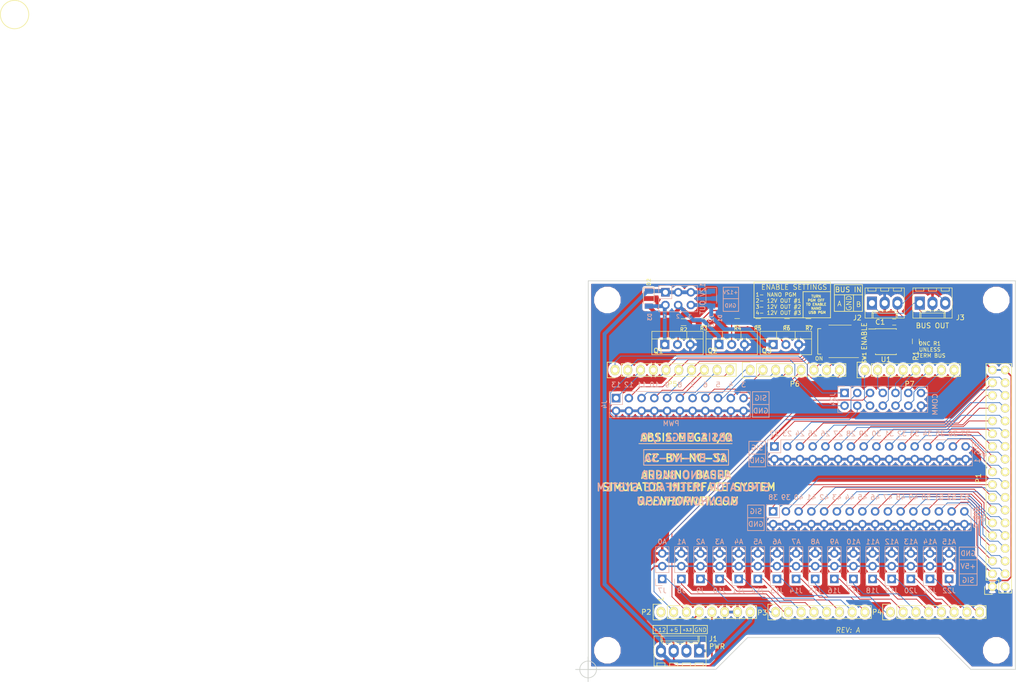
<source format=kicad_pcb>
(kicad_pcb (version 4) (host pcbnew 4.0.7)
  (title_block (title "ABSIS General I/O") (date 2017-12-24) (rev -) (company "F/A-18C SimPit") (comment 1 "John Steensen"))
  (layers (0 F.Cu signal) (31 B.Cu signal) (34 B.Paste user) (35 F.Paste user) (36 B.SilkS user) (37 F.SilkS user) (38 B.Mask user) (39 F.Mask user) (44 Edge.Cuts user))
  (net 0 "")
  (net 1 GND)
  (net 2 "/52(SCK)")
  (net 3 "/53(SS)")
  (net 4 "/50(MISO)")
  (net 5 "/51(MOSI)")
  (net 6 /48)
  (net 7 /49)
  (net 8 /46)
  (net 9 /47)
  (net 10 /44)
  (net 11 /45)
  (net 12 /42)
  (net 13 /43)
  (net 14 /40)
  (net 15 /41)
  (net 16 /38)
  (net 17 /39)
  (net 18 /36)
  (net 19 /37)
  (net 20 /34)
  (net 21 /35)
  (net 22 /32)
  (net 23 /33)
  (net 24 /30)
  (net 25 /31)
  (net 26 /28)
  (net 27 /29)
  (net 28 /26)
  (net 29 /27)
  (net 30 /24)
  (net 31 /25)
  (net 32 /22)
  (net 33 /23)
  (net 34 +5V)
  (net 35 /IOREF)
  (net 36 /Reset)
  (net 37 /A0)
  (net 38 /A1)
  (net 39 /A2)
  (net 40 /A3)
  (net 41 /A4)
  (net 42 /A5)
  (net 43 /A6)
  (net 44 /A7)
  (net 45 /A8)
  (net 46 /A9)
  (net 47 /A10)
  (net 48 /A11)
  (net 49 /A12)
  (net 50 /A13)
  (net 51 /A14)
  (net 52 /A15)
  (net 53 /SCL)
  (net 54 /SDA)
  (net 55 /AREF)
  (net 56 "/13(**)")
  (net 57 "/12(**)")
  (net 58 "/11(**)")
  (net 59 "/10(**)")
  (net 60 "/9(**)")
  (net 61 "/8(**)")
  (net 62 "/7(**)")
  (net 63 "/6(**)")
  (net 64 "/5(**)")
  (net 65 "/4(**)")
  (net 66 "/3(**)")
  (net 67 "/2(**)")
  (net 68 "/20(SDA)")
  (net 69 "/21(SCL)")
  (net 70 +3V3)
  (net 71 "/1(Tx0)")
  (net 72 "/0(Rx0)")
  (net 73 "/14(Tx3)")
  (net 74 "/15(Rx3)")
  (net 75 "/16(Tx2)")
  (net 76 "/17(Rx2)")
  (net 77 "/18(Tx1)")
  (net 78 "/19(Rx1)")
  (net 79 +12V)
  (net 80 "Net-(J2-Pad1)")
  (net 81 /RX_ENABLE)
  (net 82 "Net-(D1-Pad2)")
  (net 83 "Net-(D2-Pad2)")
  (net 84 "Net-(D3-Pad2)")
  (net 85 "Net-(J2-Pad3)")
  (net 86 "Net-(P2-Pad1)")
  (net 87 "Net-(Q1-Pad2)")
  (net 88 "Net-(Q2-Pad2)")
  (net 89 "Net-(Q3-Pad2)")
  (net 90 "Net-(R2-Pad1)")
  (net 91 "Net-(R4-Pad1)")
  (net 92 "Net-(R6-Pad1)")
  (module Connectors_Molex:Molex_KK-6410-04_04x2.54mm_Straight (layer F.Cu) (at 136.398 126.873 180)
    (fp_text reference J1 (at -2.794 2.413 180) (layer F.SilkS))
    (fp_text value PWR (at -3.556 0.889 180) (layer F.SilkS))
    (pad 1 thru_hole rect (at 0 0 180) (size 2 2.6) (drill 1.2) (layers *.Cu *.Mask) (net 1 GND))
    (pad 2 thru_hole oval (at 2.54 0 180) (size 2 2.6) (drill 1.2) (layers *.Cu *.Mask) (net 70 +3V3))
    (pad 3 thru_hole oval (at 5.08 0 180) (size 2 2.6) (drill 1.2) (layers *.Cu *.Mask) (net 34 +5V))
    (pad 4 thru_hole oval (at 7.62 0 180) (size 2 2.6) (drill 1.2) (layers *.Cu *.Mask) (net 79 +12V))
  )
  (module Capacitors_SMD:C_0603_HandSoldering (layer F.Cu) (at 175.25 61.306 180)
    (fp_text reference C1 (at 2.794 0 180) (layer F.SilkS))
    (fp_text value 0.1uF)
    (pad 1 smd rect (at -0.95 0 180) (size 1.2 0.75) (layers F.Cu F.Paste F.Mask) (net 34 +5V))
    (pad 2 smd rect (at 0.95 0 180) (size 1.2 0.75) (layers F.Cu F.Paste F.Mask) (net 1 GND))
  )
  (module Diodes_SMD:D_1206 (layer F.Cu) (at 126.365 56.618 270)
    (fp_text reference D2 (at -3.278 0 270) (layer F.SilkS) (effects (font (size 0.75 0.75))))
    (fp_text value 1N4001)
    (pad 1 smd rect (at -1.5 0 270) (size 1 1.6) (layers F.Cu F.Paste F.Mask) (net 79 +12V))
    (pad 2 smd rect (at 1.5 0 270) (size 1 1.6) (layers F.Cu F.Paste F.Mask) (net 83 "Net-(D2-Pad2)"))
  )
  (module Pin_Headers:Pin_Header_Straight_2x03_Pitch2.54mm (layer B.Cu) (at 129.667 55.372 270)
    (fp_text reference J23 (at 5.684 -9.133 270) (layer B.SilkS) (effects (justify mirror)))
    (fp_text value "12V OUT" (at 1.27 -7.41 270) (layer B.SilkS) (effects (justify mirror)))
    (pad 1 thru_hole rect (at 0 0 270) (size 1.7 1.7) (drill 1) (layers *.Cu *.Mask) (net 79 +12V))
    (pad 2 thru_hole oval (at 2.54 0 270) (size 1.7 1.7) (drill 1) (layers *.Cu *.Mask) (net 84 "Net-(D3-Pad2)"))
    (pad 3 thru_hole oval (at 0 -2.54 270) (size 1.7 1.7) (drill 1) (layers *.Cu *.Mask) (net 79 +12V))
    (pad 4 thru_hole oval (at 2.54 -2.54 270) (size 1.7 1.7) (drill 1) (layers *.Cu *.Mask) (net 83 "Net-(D2-Pad2)"))
    (pad 5 thru_hole oval (at 0 -5.08 270) (size 1.7 1.7) (drill 1) (layers *.Cu *.Mask) (net 79 +12V))
    (pad 6 thru_hole oval (at 2.54 -5.08 270) (size 1.7 1.7) (drill 1) (layers *.Cu *.Mask) (net 82 "Net-(D1-Pad2)"))
  )
  (module Diodes_SMD:D_1206 (layer B.Cu) (at 138.8 56.618 270)
    (fp_text reference D1 (at 3.938 -1.75 270) (layer B.SilkS) (effects (font (size 0.75 0.75)) (justify mirror)))
    (fp_text value 1N4001)
    (pad 1 smd rect (at -1.5 0 270) (size 1 1.6) (layers B.Cu B.Paste B.Mask) (net 79 +12V))
    (pad 2 smd rect (at 1.5 0 270) (size 1 1.6) (layers B.Cu B.Paste B.Mask) (net 82 "Net-(D1-Pad2)"))
  )
  (module Diodes_SMD:D_1206 (layer B.Cu) (at 126.365 56.642 270)
    (fp_text reference D3 (at 3.664 -0.185 270) (layer B.SilkS) (effects (font (size 0.75 0.75)) (justify mirror)))
    (fp_text value 1N4001)
    (pad 1 smd rect (at -1.5 0 270) (size 1 1.6) (layers B.Cu B.Paste B.Mask) (net 79 +12V))
    (pad 2 smd rect (at 1.5 0 270) (size 1 1.6) (layers B.Cu B.Paste B.Mask) (net 84 "Net-(D3-Pad2)"))
  )
  (module Mounting_Holes:MountingHole_4.3mm_M4 (layer F.Cu) (at 118.11 126.746)
    (fp_text reference MK1 hide)
    (fp_text value Mounting_Hole)
    (pad 1 np_thru_hole circle (at 0 0) (size 4.3 4.3) (drill 4.3) (layers *.Cu *.Mask))
  )
  (module Housings_SOIC:SOIC-8_3.9x4.9mm_Pitch1.27mm (layer F.Cu) (at 173.6 65.211)
    (fp_text reference U1 (at 0 3.556) (layer F.SilkS))
    (fp_text value MAX487EESA)
    (pad 1 smd rect (at -2.7 -1.905) (size 1.55 0.6) (layers F.Cu F.Paste F.Mask) (net 81 /RX_ENABLE))
    (pad 2 smd rect (at -2.7 -0.635) (size 1.55 0.6) (layers F.Cu F.Paste F.Mask) (net 67 "/2(**)"))
    (pad 3 smd rect (at -2.7 0.635) (size 1.55 0.6) (layers F.Cu F.Paste F.Mask) (net 67 "/2(**)"))
    (pad 4 smd rect (at -2.7 1.905) (size 1.55 0.6) (layers F.Cu F.Paste F.Mask) (net 71 "/1(Tx0)"))
    (pad 5 smd rect (at 2.7 1.905) (size 1.55 0.6) (layers F.Cu F.Paste F.Mask) (net 1 GND))
    (pad 6 smd rect (at 2.7 0.635) (size 1.55 0.6) (layers F.Cu F.Paste F.Mask) (net 80 "Net-(J2-Pad1)"))
    (pad 7 smd rect (at 2.7 -0.635) (size 1.55 0.6) (layers F.Cu F.Paste F.Mask) (net 85 "Net-(J2-Pad3)"))
    (pad 8 smd rect (at 2.7 -1.905) (size 1.55 0.6) (layers F.Cu F.Paste F.Mask) (net 34 +5V))
  )
  (module TO_SOT_Packages_THT:TO-220-3_Vertical (layer F.Cu) (at 140.335 65.786)
    (fp_text reference Q2 (at -1.27 1.27) (layer F.SilkS))
    (fp_text value Q_NMOS_DGS)
    (pad 1 thru_hole rect (at 0 0) (size 1.8 1.8) (drill 1) (layers *.Cu *.Mask) (net 83 "Net-(D2-Pad2)"))
    (pad 2 thru_hole oval (at 2.54 0) (size 1.8 1.8) (drill 1) (layers *.Cu *.Mask) (net 88 "Net-(Q2-Pad2)"))
    (pad 3 thru_hole oval (at 5.08 0) (size 1.8 1.8) (drill 1) (layers *.Cu *.Mask) (net 1 GND))
  )
  (module Socket_Arduino_Mega:Socket_Strip_Arduino_2x18 (layer F.Cu) (at 194.818 114.046 90)
    (fp_text reference P1 (at 21.59 -2.794 90) (layer F.SilkS))
    (fp_text value Digital)
    (pad 1 thru_hole circle (at 0 0 90) (size 1.7272 1.7272) (drill 1.016) (layers *.Cu *.Mask F.SilkS) (net 1 GND))
    (pad 2 thru_hole oval (at 0 2.54 90) (size 1.7272 1.7272) (drill 1.016) (layers *.Cu *.Mask F.SilkS) (net 1 GND))
    (pad 3 thru_hole oval (at 2.54 0 90) (size 1.7272 1.7272) (drill 1.016) (layers *.Cu *.Mask F.SilkS) (net 2 "/52(SCK)"))
    (pad 4 thru_hole oval (at 2.54 2.54 90) (size 1.7272 1.7272) (drill 1.016) (layers *.Cu *.Mask F.SilkS) (net 3 "/53(SS)"))
    (pad 5 thru_hole oval (at 5.08 0 90) (size 1.7272 1.7272) (drill 1.016) (layers *.Cu *.Mask F.SilkS) (net 4 "/50(MISO)"))
    (pad 6 thru_hole oval (at 5.08 2.54 90) (size 1.7272 1.7272) (drill 1.016) (layers *.Cu *.Mask F.SilkS) (net 5 "/51(MOSI)"))
    (pad 7 thru_hole oval (at 7.62 0 90) (size 1.7272 1.7272) (drill 1.016) (layers *.Cu *.Mask F.SilkS) (net 6 /48))
    (pad 8 thru_hole oval (at 7.62 2.54 90) (size 1.7272 1.7272) (drill 1.016) (layers *.Cu *.Mask F.SilkS) (net 7 /49))
    (pad 9 thru_hole oval (at 10.16 0 90) (size 1.7272 1.7272) (drill 1.016) (layers *.Cu *.Mask F.SilkS) (net 8 /46))
    (pad 10 thru_hole oval (at 10.16 2.54 90) (size 1.7272 1.7272) (drill 1.016) (layers *.Cu *.Mask F.SilkS) (net 9 /47))
    (pad 11 thru_hole oval (at 12.7 0 90) (size 1.7272 1.7272) (drill 1.016) (layers *.Cu *.Mask F.SilkS) (net 10 /44))
    (pad 12 thru_hole oval (at 12.7 2.54 90) (size 1.7272 1.7272) (drill 1.016) (layers *.Cu *.Mask F.SilkS) (net 11 /45))
    (pad 13 thru_hole oval (at 15.24 0 90) (size 1.7272 1.7272) (drill 1.016) (layers *.Cu *.Mask F.SilkS) (net 12 /42))
    (pad 14 thru_hole oval (at 15.24 2.54 90) (size 1.7272 1.7272) (drill 1.016) (layers *.Cu *.Mask F.SilkS) (net 13 /43))
    (pad 15 thru_hole oval (at 17.78 0 90) (size 1.7272 1.7272) (drill 1.016) (layers *.Cu *.Mask F.SilkS) (net 14 /40))
    (pad 16 thru_hole oval (at 17.78 2.54 90) (size 1.7272 1.7272) (drill 1.016) (layers *.Cu *.Mask F.SilkS) (net 15 /41))
    (pad 17 thru_hole oval (at 20.32 0 90) (size 1.7272 1.7272) (drill 1.016) (layers *.Cu *.Mask F.SilkS) (net 16 /38))
    (pad 18 thru_hole oval (at 20.32 2.54 90) (size 1.7272 1.7272) (drill 1.016) (layers *.Cu *.Mask F.SilkS) (net 17 /39))
    (pad 19 thru_hole oval (at 22.86 0 90) (size 1.7272 1.7272) (drill 1.016) (layers *.Cu *.Mask F.SilkS) (net 18 /36))
    (pad 20 thru_hole oval (at 22.86 2.54 90) (size 1.7272 1.7272) (drill 1.016) (layers *.Cu *.Mask F.SilkS) (net 19 /37))
    (pad 21 thru_hole oval (at 25.4 0 90) (size 1.7272 1.7272) (drill 1.016) (layers *.Cu *.Mask F.SilkS) (net 20 /34))
    (pad 22 thru_hole oval (at 25.4 2.54 90) (size 1.7272 1.7272) (drill 1.016) (layers *.Cu *.Mask F.SilkS) (net 21 /35))
    (pad 23 thru_hole oval (at 27.94 0 90) (size 1.7272 1.7272) (drill 1.016) (layers *.Cu *.Mask F.SilkS) (net 22 /32))
    (pad 24 thru_hole oval (at 27.94 2.54 90) (size 1.7272 1.7272) (drill 1.016) (layers *.Cu *.Mask F.SilkS) (net 23 /33))
    (pad 25 thru_hole oval (at 30.48 0 90) (size 1.7272 1.7272) (drill 1.016) (layers *.Cu *.Mask F.SilkS) (net 24 /30))
    (pad 26 thru_hole oval (at 30.48 2.54 90) (size 1.7272 1.7272) (drill 1.016) (layers *.Cu *.Mask F.SilkS) (net 25 /31))
    (pad 27 thru_hole oval (at 33.02 0 90) (size 1.7272 1.7272) (drill 1.016) (layers *.Cu *.Mask F.SilkS) (net 26 /28))
    (pad 28 thru_hole oval (at 33.02 2.54 90) (size 1.7272 1.7272) (drill 1.016) (layers *.Cu *.Mask F.SilkS) (net 27 /29))
    (pad 29 thru_hole oval (at 35.56 0 90) (size 1.7272 1.7272) (drill 1.016) (layers *.Cu *.Mask F.SilkS) (net 28 /26))
    (pad 30 thru_hole oval (at 35.56 2.54 90) (size 1.7272 1.7272) (drill 1.016) (layers *.Cu *.Mask F.SilkS) (net 29 /27))
    (pad 31 thru_hole oval (at 38.1 0 90) (size 1.7272 1.7272) (drill 1.016) (layers *.Cu *.Mask F.SilkS) (net 30 /24))
    (pad 32 thru_hole oval (at 38.1 2.54 90) (size 1.7272 1.7272) (drill 1.016) (layers *.Cu *.Mask F.SilkS) (net 31 /25))
    (pad 33 thru_hole oval (at 40.64 0 90) (size 1.7272 1.7272) (drill 1.016) (layers *.Cu *.Mask F.SilkS) (net 32 /22))
    (pad 34 thru_hole oval (at 40.64 2.54 90) (size 1.7272 1.7272) (drill 1.016) (layers *.Cu *.Mask F.SilkS) (net 33 /23))
    (pad 35 thru_hole oval (at 43.18 0 90) (size 1.7272 1.7272) (drill 1.016) (layers *.Cu *.Mask F.SilkS) (net 34 +5V))
    (pad 36 thru_hole oval (at 43.18 2.54 90) (size 1.7272 1.7272) (drill 1.016) (layers *.Cu *.Mask F.SilkS) (net 34 +5V))
  )
  (module Socket_Arduino_Mega:Socket_Strip_Arduino_1x08 (layer F.Cu) (at 128.778 119.126)
    (fp_text reference P2 (at -2.921 0) (layer F.SilkS))
    (fp_text value Power)
    (pad 1 thru_hole oval (at 0 0) (size 1.7272 2.032) (drill 1.016) (layers *.Cu *.Mask F.SilkS) (net 86 "Net-(P2-Pad1)"))
    (pad 2 thru_hole oval (at 2.54 0) (size 1.7272 2.032) (drill 1.016) (layers *.Cu *.Mask F.SilkS) (net 35 /IOREF))
    (pad 3 thru_hole oval (at 5.08 0) (size 1.7272 2.032) (drill 1.016) (layers *.Cu *.Mask F.SilkS) (net 36 /Reset))
    (pad 4 thru_hole oval (at 7.62 0) (size 1.7272 2.032) (drill 1.016) (layers *.Cu *.Mask F.SilkS) (net 70 +3V3))
    (pad 5 thru_hole oval (at 10.16 0) (size 1.7272 2.032) (drill 1.016) (layers *.Cu *.Mask F.SilkS) (net 34 +5V))
    (pad 6 thru_hole oval (at 12.7 0) (size 1.7272 2.032) (drill 1.016) (layers *.Cu *.Mask F.SilkS) (net 1 GND))
    (pad 7 thru_hole oval (at 15.24 0) (size 1.7272 2.032) (drill 1.016) (layers *.Cu *.Mask F.SilkS) (net 1 GND))
    (pad 8 thru_hole oval (at 17.78 0) (size 1.7272 2.032) (drill 1.016) (layers *.Cu *.Mask F.SilkS) (net 79 +12V))
  )
  (module Socket_Arduino_Mega:Socket_Strip_Arduino_1x08 (layer F.Cu) (at 151.638 119.126)
    (fp_text reference P3 (at -2.667 0.127) (layer F.SilkS))
    (fp_text value Analog)
    (pad 1 thru_hole oval (at 0 0) (size 1.7272 2.032) (drill 1.016) (layers *.Cu *.Mask F.SilkS) (net 37 /A0))
    (pad 2 thru_hole oval (at 2.54 0) (size 1.7272 2.032) (drill 1.016) (layers *.Cu *.Mask F.SilkS) (net 38 /A1))
    (pad 3 thru_hole oval (at 5.08 0) (size 1.7272 2.032) (drill 1.016) (layers *.Cu *.Mask F.SilkS) (net 39 /A2))
    (pad 4 thru_hole oval (at 7.62 0) (size 1.7272 2.032) (drill 1.016) (layers *.Cu *.Mask F.SilkS) (net 40 /A3))
    (pad 5 thru_hole oval (at 10.16 0) (size 1.7272 2.032) (drill 1.016) (layers *.Cu *.Mask F.SilkS) (net 41 /A4))
    (pad 6 thru_hole oval (at 12.7 0) (size 1.7272 2.032) (drill 1.016) (layers *.Cu *.Mask F.SilkS) (net 42 /A5))
    (pad 7 thru_hole oval (at 15.24 0) (size 1.7272 2.032) (drill 1.016) (layers *.Cu *.Mask F.SilkS) (net 43 /A6))
    (pad 8 thru_hole oval (at 17.78 0) (size 1.7272 2.032) (drill 1.016) (layers *.Cu *.Mask F.SilkS) (net 44 /A7))
  )
  (module Socket_Arduino_Mega:Socket_Strip_Arduino_1x08 (layer F.Cu) (at 174.498 119.126)
    (fp_text reference P4 (at -2.667 0) (layer F.SilkS))
    (fp_text value Analog)
    (pad 1 thru_hole oval (at 0 0) (size 1.7272 2.032) (drill 1.016) (layers *.Cu *.Mask F.SilkS) (net 45 /A8))
    (pad 2 thru_hole oval (at 2.54 0) (size 1.7272 2.032) (drill 1.016) (layers *.Cu *.Mask F.SilkS) (net 46 /A9))
    (pad 3 thru_hole oval (at 5.08 0) (size 1.7272 2.032) (drill 1.016) (layers *.Cu *.Mask F.SilkS) (net 47 /A10))
    (pad 4 thru_hole oval (at 7.62 0) (size 1.7272 2.032) (drill 1.016) (layers *.Cu *.Mask F.SilkS) (net 48 /A11))
    (pad 5 thru_hole oval (at 10.16 0) (size 1.7272 2.032) (drill 1.016) (layers *.Cu *.Mask F.SilkS) (net 49 /A12))
    (pad 6 thru_hole oval (at 12.7 0) (size 1.7272 2.032) (drill 1.016) (layers *.Cu *.Mask F.SilkS) (net 50 /A13))
    (pad 7 thru_hole oval (at 15.24 0) (size 1.7272 2.032) (drill 1.016) (layers *.Cu *.Mask F.SilkS) (net 51 /A14))
    (pad 8 thru_hole oval (at 17.78 0) (size 1.7272 2.032) (drill 1.016) (layers *.Cu *.Mask F.SilkS) (net 52 /A15))
  )
  (module Socket_Arduino_Mega:Socket_Strip_Arduino_1x10 (layer F.Cu) (at 119.634 70.866)
    (fp_text reference P5 (at 11.43 2.794) (layer F.SilkS))
    (fp_text value PWM)
    (pad 1 thru_hole oval (at 0 0) (size 1.7272 2.032) (drill 1.016) (layers *.Cu *.Mask F.SilkS) (net 53 /SCL))
    (pad 2 thru_hole oval (at 2.54 0) (size 1.7272 2.032) (drill 1.016) (layers *.Cu *.Mask F.SilkS) (net 54 /SDA))
    (pad 3 thru_hole oval (at 5.08 0) (size 1.7272 2.032) (drill 1.016) (layers *.Cu *.Mask F.SilkS) (net 55 /AREF))
    (pad 4 thru_hole oval (at 7.62 0) (size 1.7272 2.032) (drill 1.016) (layers *.Cu *.Mask F.SilkS) (net 1 GND))
    (pad 5 thru_hole oval (at 10.16 0) (size 1.7272 2.032) (drill 1.016) (layers *.Cu *.Mask F.SilkS) (net 56 "/13(**)"))
    (pad 6 thru_hole oval (at 12.7 0) (size 1.7272 2.032) (drill 1.016) (layers *.Cu *.Mask F.SilkS) (net 57 "/12(**)"))
    (pad 7 thru_hole oval (at 15.24 0) (size 1.7272 2.032) (drill 1.016) (layers *.Cu *.Mask F.SilkS) (net 58 "/11(**)"))
    (pad 8 thru_hole oval (at 17.78 0) (size 1.7272 2.032) (drill 1.016) (layers *.Cu *.Mask F.SilkS) (net 59 "/10(**)"))
    (pad 9 thru_hole oval (at 20.32 0) (size 1.7272 2.032) (drill 1.016) (layers *.Cu *.Mask F.SilkS) (net 60 "/9(**)"))
    (pad 10 thru_hole oval (at 22.86 0) (size 1.7272 2.032) (drill 1.016) (layers *.Cu *.Mask F.SilkS) (net 61 "/8(**)"))
  )
  (module Socket_Arduino_Mega:Socket_Strip_Arduino_1x08 (layer F.Cu) (at 146.558 70.866)
    (fp_text reference P6 (at 8.89 2.794) (layer F.SilkS))
    (fp_text value PWM)
    (pad 1 thru_hole oval (at 0 0) (size 1.7272 2.032) (drill 1.016) (layers *.Cu *.Mask F.SilkS) (net 62 "/7(**)"))
    (pad 2 thru_hole oval (at 2.54 0) (size 1.7272 2.032) (drill 1.016) (layers *.Cu *.Mask F.SilkS) (net 63 "/6(**)"))
    (pad 3 thru_hole oval (at 5.08 0) (size 1.7272 2.032) (drill 1.016) (layers *.Cu *.Mask F.SilkS) (net 64 "/5(**)"))
    (pad 4 thru_hole oval (at 7.62 0) (size 1.7272 2.032) (drill 1.016) (layers *.Cu *.Mask F.SilkS) (net 65 "/4(**)"))
    (pad 5 thru_hole oval (at 10.16 0) (size 1.7272 2.032) (drill 1.016) (layers *.Cu *.Mask F.SilkS) (net 66 "/3(**)"))
    (pad 6 thru_hole oval (at 12.7 0) (size 1.7272 2.032) (drill 1.016) (layers *.Cu *.Mask F.SilkS) (net 67 "/2(**)"))
    (pad 7 thru_hole oval (at 15.24 0) (size 1.7272 2.032) (drill 1.016) (layers *.Cu *.Mask F.SilkS) (net 71 "/1(Tx0)"))
    (pad 8 thru_hole oval (at 17.78 0) (size 1.7272 2.032) (drill 1.016) (layers *.Cu *.Mask F.SilkS) (net 72 "/0(Rx0)"))
  )
  (module Socket_Arduino_Mega:Socket_Strip_Arduino_1x08 (layer F.Cu) (at 169.418 70.866)
    (fp_text reference P7 (at 8.89 2.794) (layer F.SilkS))
    (fp_text value Communication)
    (pad 1 thru_hole oval (at 0 0) (size 1.7272 2.032) (drill 1.016) (layers *.Cu *.Mask F.SilkS) (net 73 "/14(Tx3)"))
    (pad 2 thru_hole oval (at 2.54 0) (size 1.7272 2.032) (drill 1.016) (layers *.Cu *.Mask F.SilkS) (net 74 "/15(Rx3)"))
    (pad 3 thru_hole oval (at 5.08 0) (size 1.7272 2.032) (drill 1.016) (layers *.Cu *.Mask F.SilkS) (net 75 "/16(Tx2)"))
    (pad 4 thru_hole oval (at 7.62 0) (size 1.7272 2.032) (drill 1.016) (layers *.Cu *.Mask F.SilkS) (net 76 "/17(Rx2)"))
    (pad 5 thru_hole oval (at 10.16 0) (size 1.7272 2.032) (drill 1.016) (layers *.Cu *.Mask F.SilkS) (net 77 "/18(Tx1)"))
    (pad 6 thru_hole oval (at 12.7 0) (size 1.7272 2.032) (drill 1.016) (layers *.Cu *.Mask F.SilkS) (net 78 "/19(Rx1)"))
    (pad 7 thru_hole oval (at 15.24 0) (size 1.7272 2.032) (drill 1.016) (layers *.Cu *.Mask F.SilkS) (net 68 "/20(SDA)"))
    (pad 8 thru_hole oval (at 17.78 0) (size 1.7272 2.032) (drill 1.016) (layers *.Cu *.Mask F.SilkS) (net 69 "/21(SCL)"))
  )
  (module Resistors_SMD:R_0603_HandSoldering (layer F.Cu) (at 179.55 65.156 270)
    (fp_text reference R1 (at 2.878 0 270) (layer F.SilkS))
    (fp_text value 120)
    (pad 1 smd rect (at -1.1 0 270) (size 1.2 0.9) (layers F.Cu F.Paste F.Mask) (net 85 "Net-(J2-Pad3)"))
    (pad 2 smd rect (at 1.1 0 270) (size 1.2 0.9) (layers F.Cu F.Paste F.Mask) (net 80 "Net-(J2-Pad1)"))
  )
  (module Connectors_Molex:Molex_KK-6410-03_03x2.54mm_Straight (layer F.Cu) (at 170.815 57.531)
    (fp_text reference J2 (at -2.91084 2.92862) (layer F.SilkS))
    (fp_text value "BUS IN" (at -4.70916 -2.68224) (layer F.SilkS))
    (pad 1 thru_hole rect (at 0 0) (size 2 2.6) (drill 1.2) (layers *.Cu *.Mask) (net 80 "Net-(J2-Pad1)"))
    (pad 2 thru_hole oval (at 2.54 0) (size 2 2.6) (drill 1.2) (layers *.Cu *.Mask) (net 1 GND))
    (pad 3 thru_hole oval (at 5.08 0) (size 2 2.6) (drill 1.2) (layers *.Cu *.Mask) (net 85 "Net-(J2-Pad3)"))
  )
  (module Connectors_Molex:Molex_KK-6410-03_03x2.54mm_Straight (layer F.Cu) (at 180.34 57.531)
    (fp_text reference J3 (at 8.07212 2.8829) (layer F.SilkS))
    (fp_text value "BUS OUT" (at 2.54 4.5) (layer F.SilkS))
    (pad 1 thru_hole rect (at 0 0) (size 2 2.6) (drill 1.2) (layers *.Cu *.Mask) (net 80 "Net-(J2-Pad1)"))
    (pad 2 thru_hole oval (at 2.54 0) (size 2 2.6) (drill 1.2) (layers *.Cu *.Mask) (net 1 GND))
    (pad 3 thru_hole oval (at 5.08 0) (size 2 2.6) (drill 1.2) (layers *.Cu *.Mask) (net 85 "Net-(J2-Pad3)"))
  )
  (module Mounting_Holes:MountingHole_4.3mm_M4 (layer F.Cu) (at 195.58 126.746)
    (fp_text reference MK2 hide)
    (fp_text value Mounting_Hole)
    (pad 1 np_thru_hole circle (at 0 0) (size 4.3 4.3) (drill 4.3) (layers *.Cu *.Mask))
  )
  (module Mounting_Holes:MountingHole_4.3mm_M4 (layer F.Cu) (at 118.11 56.896)
    (fp_text reference MK3 hide)
    (fp_text value Mounting_Hole)
    (pad 1 np_thru_hole circle (at 0 0) (size 4.3 4.3) (drill 4.3) (layers *.Cu *.Mask))
  )
  (module Mounting_Holes:MountingHole_4.3mm_M4 (layer F.Cu) (at 195.58 56.896)
    (fp_text reference MK4 hide)
    (fp_text value Mounting_Hole)
    (pad 1 np_thru_hole circle (at 0 0) (size 4.3 4.3) (drill 4.3) (layers *.Cu *.Mask))
  )
  (module TO_SOT_Packages_THT:TO-220-3_Vertical (layer F.Cu) (at 129.54 65.786)
    (fp_text reference Q1 (at -1.27 1.27) (layer F.SilkS))
    (fp_text value Q_NMOS_DGS)
    (pad 1 thru_hole rect (at 0 0) (size 1.8 1.8) (drill 1) (layers *.Cu *.Mask) (net 84 "Net-(D3-Pad2)"))
    (pad 2 thru_hole oval (at 2.54 0) (size 1.8 1.8) (drill 1) (layers *.Cu *.Mask) (net 87 "Net-(Q1-Pad2)"))
    (pad 3 thru_hole oval (at 5.08 0) (size 1.8 1.8) (drill 1) (layers *.Cu *.Mask) (net 1 GND))
  )
  (module TO_SOT_Packages_THT:TO-220-3_Vertical (layer F.Cu) (at 151.13 65.786)
    (fp_text reference Q3 (at -1.27 1.27) (layer F.SilkS))
    (fp_text value Q_NMOS_DGS)
    (pad 1 thru_hole rect (at 0 0) (size 1.8 1.8) (drill 1) (layers *.Cu *.Mask) (net 82 "Net-(D1-Pad2)"))
    (pad 2 thru_hole oval (at 2.54 0) (size 1.8 1.8) (drill 1) (layers *.Cu *.Mask) (net 89 "Net-(Q3-Pad2)"))
    (pad 3 thru_hole oval (at 5.08 0) (size 1.8 1.8) (drill 1) (layers *.Cu *.Mask) (net 1 GND))
  )
  (module Resistors_SMD:R_0603_HandSoldering (layer F.Cu) (at 133.291145 61.333317 180)
    (fp_text reference R2 (at -0.008855 -1.472683 180) (layer F.SilkS) (effects (font (size 0.75 0.75) (thickness 0.125))))
    (fp_text value 1K)
    (pad 1 smd rect (at -1.1 0 180) (size 1.2 0.9) (layers F.Cu F.Paste F.Mask) (net 90 "Net-(R2-Pad1)"))
    (pad 2 smd rect (at 1.1 0 180) (size 1.2 0.9) (layers F.Cu F.Paste F.Mask) (net 87 "Net-(Q1-Pad2)"))
  )
  (module Resistors_SMD:R_0603_HandSoldering (layer F.Cu) (at 137.4 61.333317 180)
    (fp_text reference R3 (at 0.1 -1.222683 180) (layer F.SilkS) (effects (font (size 0.75 0.75))))
    (fp_text value 1K)
    (pad 1 smd rect (at -1.1 0 180) (size 1.2 0.9) (layers F.Cu F.Paste F.Mask) (net 1 GND))
    (pad 2 smd rect (at 1.1 0 180) (size 1.2 0.9) (layers F.Cu F.Paste F.Mask) (net 90 "Net-(R2-Pad1)"))
  )
  (module Resistors_SMD:R_0603_HandSoldering (layer F.Cu) (at 143.958405 61.287157 180)
    (fp_text reference R4 (at -0.091595 -1.268843 180) (layer F.SilkS) (effects (font (size 0.75 0.75))))
    (fp_text value 1K)
    (pad 1 smd rect (at -1.1 0 180) (size 1.2 0.9) (layers F.Cu F.Paste F.Mask) (net 91 "Net-(R4-Pad1)"))
    (pad 2 smd rect (at 1.1 0 180) (size 1.2 0.9) (layers F.Cu F.Paste F.Mask) (net 88 "Net-(Q2-Pad2)"))
  )
  (module Resistors_SMD:R_0603_HandSoldering (layer F.Cu) (at 148.15 61.306 180)
    (fp_text reference R5 (at 0.1 -1.25 180) (layer F.SilkS) (effects (font (size 0.75 0.75))))
    (fp_text value 1K)
    (pad 1 smd rect (at -1.1 0 180) (size 1.2 0.9) (layers F.Cu F.Paste F.Mask) (net 1 GND))
    (pad 2 smd rect (at 1.1 0 180) (size 1.2 0.9) (layers F.Cu F.Paste F.Mask) (net 91 "Net-(R4-Pad1)"))
  )
  (module Resistors_SMD:R_0603_HandSoldering (layer F.Cu) (at 153.9 61.306 180)
    (fp_text reference R6 (at 0.1 -1.25 180) (layer F.SilkS) (effects (font (size 0.75 0.75))))
    (fp_text value 1K)
    (pad 1 smd rect (at -1.1 0 180) (size 1.2 0.9) (layers F.Cu F.Paste F.Mask) (net 92 "Net-(R6-Pad1)"))
    (pad 2 smd rect (at 1.1 0 180) (size 1.2 0.9) (layers F.Cu F.Paste F.Mask) (net 89 "Net-(Q3-Pad2)"))
  )
  (module Resistors_SMD:R_0603_HandSoldering (layer F.Cu) (at 158.15 61.306 180)
    (fp_text reference R7 (at -0.15 -1.25 180) (layer F.SilkS) (effects (font (size 0.75 0.75))))
    (fp_text value 1K)
    (pad 1 smd rect (at -1.1 0 180) (size 1.2 0.9) (layers F.Cu F.Paste F.Mask) (net 1 GND))
    (pad 2 smd rect (at 1.1 0 180) (size 1.2 0.9) (layers F.Cu F.Paste F.Mask) (net 92 "Net-(R6-Pad1)"))
  )
  (module Buttons_Switches_SMD:SW_DIP_x4_W6.15mm_Slide_Omron_A6H (layer F.Cu) (at 164.465 65.151 180)
    (fp_text reference SW1 (at -4.826 -3.302 270) (layer F.SilkS) (effects (font (size 0.75 0.75))))
    (fp_text value ENABLE (at -4.826 1.016 270) (layer F.SilkS))
    (pad 1 smd rect (at -3.075 -1.905 180) (size 1.25 0.76) (layers F.Cu F.Paste F.Mask) (net 81 /RX_ENABLE))
    (pad 5 smd rect (at 3.075 1.905 180) (size 1.25 0.76) (layers F.Cu F.Paste F.Mask) (net 56 "/13(**)"))
    (pad 2 smd rect (at -3.075 -0.635 180) (size 1.25 0.76) (layers F.Cu F.Paste F.Mask) (net 90 "Net-(R2-Pad1)"))
    (pad 6 smd rect (at 3.075 0.635 180) (size 1.25 0.76) (layers F.Cu F.Paste F.Mask) (net 57 "/12(**)"))
    (pad 3 smd rect (at -3.075 0.635 180) (size 1.25 0.76) (layers F.Cu F.Paste F.Mask) (net 91 "Net-(R4-Pad1)"))
    (pad 7 smd rect (at 3.075 -0.635 180) (size 1.25 0.76) (layers F.Cu F.Paste F.Mask) (net 58 "/11(**)"))
    (pad 4 smd rect (at -3.075 1.905 180) (size 1.25 0.76) (layers F.Cu F.Paste F.Mask) (net 92 "Net-(R6-Pad1)"))
    (pad 8 smd rect (at 3.075 -1.905 180) (size 1.25 0.76) (layers F.Cu F.Paste F.Mask) (net 72 "/0(Rx0)"))
  )
  (module Pin_Headers:Pin_Header_Straight_2x11_Pitch2.54mm (layer B.Cu) (at 119.84 76.47 270)
    (fp_text reference J4 (at 1.27 2.33 270) (layer B.SilkS) (effects (justify mirror)))
    (fp_text value PWM (at 5.064 -10.97 360) (layer B.SilkS) (effects (justify mirror)))
    (pad 1 thru_hole rect (at 0 0 270) (size 1.7 1.7) (drill 1) (layers *.Cu *.Mask) (net 56 "/13(**)"))
    (pad 2 thru_hole oval (at 2.54 0 270) (size 1.7 1.7) (drill 1) (layers *.Cu *.Mask) (net 1 GND))
    (pad 3 thru_hole oval (at 0 -2.54 270) (size 1.7 1.7) (drill 1) (layers *.Cu *.Mask) (net 57 "/12(**)"))
    (pad 4 thru_hole oval (at 2.54 -2.54 270) (size 1.7 1.7) (drill 1) (layers *.Cu *.Mask) (net 1 GND))
    (pad 5 thru_hole oval (at 0 -5.08 270) (size 1.7 1.7) (drill 1) (layers *.Cu *.Mask) (net 58 "/11(**)"))
    (pad 6 thru_hole oval (at 2.54 -5.08 270) (size 1.7 1.7) (drill 1) (layers *.Cu *.Mask) (net 1 GND))
    (pad 7 thru_hole oval (at 0 -7.62 270) (size 1.7 1.7) (drill 1) (layers *.Cu *.Mask) (net 59 "/10(**)"))
    (pad 8 thru_hole oval (at 2.54 -7.62 270) (size 1.7 1.7) (drill 1) (layers *.Cu *.Mask) (net 1 GND))
    (pad 9 thru_hole oval (at 0 -10.16 270) (size 1.7 1.7) (drill 1) (layers *.Cu *.Mask) (net 60 "/9(**)"))
    (pad 10 thru_hole oval (at 2.54 -10.16 270) (size 1.7 1.7) (drill 1) (layers *.Cu *.Mask) (net 1 GND))
    (pad 11 thru_hole oval (at 0 -12.7 270) (size 1.7 1.7) (drill 1) (layers *.Cu *.Mask) (net 61 "/8(**)"))
    (pad 12 thru_hole oval (at 2.54 -12.7 270) (size 1.7 1.7) (drill 1) (layers *.Cu *.Mask) (net 1 GND))
    (pad 13 thru_hole oval (at 0 -15.24 270) (size 1.7 1.7) (drill 1) (layers *.Cu *.Mask) (net 62 "/7(**)"))
    (pad 14 thru_hole oval (at 2.54 -15.24 270) (size 1.7 1.7) (drill 1) (layers *.Cu *.Mask) (net 1 GND))
    (pad 15 thru_hole oval (at 0 -17.78 270) (size 1.7 1.7) (drill 1) (layers *.Cu *.Mask) (net 63 "/6(**)"))
    (pad 16 thru_hole oval (at 2.54 -17.78 270) (size 1.7 1.7) (drill 1) (layers *.Cu *.Mask) (net 1 GND))
    (pad 17 thru_hole oval (at 0 -20.32 270) (size 1.7 1.7) (drill 1) (layers *.Cu *.Mask) (net 64 "/5(**)"))
    (pad 18 thru_hole oval (at 2.54 -20.32 270) (size 1.7 1.7) (drill 1) (layers *.Cu *.Mask) (net 1 GND))
    (pad 19 thru_hole oval (at 0 -22.86 270) (size 1.7 1.7) (drill 1) (layers *.Cu *.Mask) (net 65 "/4(**)"))
    (pad 20 thru_hole oval (at 2.54 -22.86 270) (size 1.7 1.7) (drill 1) (layers *.Cu *.Mask) (net 1 GND))
    (pad 21 thru_hole oval (at 0 -25.4 270) (size 1.7 1.7) (drill 1) (layers *.Cu *.Mask) (net 66 "/3(**)"))
    (pad 22 thru_hole oval (at 2.54 -25.4 270) (size 1.7 1.7) (drill 1) (layers *.Cu *.Mask) (net 1 GND))
  )
  (module Pin_Headers:Pin_Header_Straight_2x16_Pitch2.54mm (layer B.Cu) (at 151.384 86.106 270)
    (fp_text reference J5 (at 1.27 -41.656 270) (layer B.SilkS) (effects (justify mirror)))
    (fp_text value "DIG 1" (at 1.27 -40.43 270) (layer B.SilkS) (effects (justify mirror)))
    (pad 1 thru_hole rect (at 0 0 270) (size 1.7 1.7) (drill 1) (layers *.Cu *.Mask) (net 32 /22))
    (pad 2 thru_hole oval (at 2.54 0 270) (size 1.7 1.7) (drill 1) (layers *.Cu *.Mask) (net 1 GND))
    (pad 3 thru_hole oval (at 0 -2.54 270) (size 1.7 1.7) (drill 1) (layers *.Cu *.Mask) (net 33 /23))
    (pad 4 thru_hole oval (at 2.54 -2.54 270) (size 1.7 1.7) (drill 1) (layers *.Cu *.Mask) (net 1 GND))
    (pad 5 thru_hole oval (at 0 -5.08 270) (size 1.7 1.7) (drill 1) (layers *.Cu *.Mask) (net 30 /24))
    (pad 6 thru_hole oval (at 2.54 -5.08 270) (size 1.7 1.7) (drill 1) (layers *.Cu *.Mask) (net 1 GND))
    (pad 7 thru_hole oval (at 0 -7.62 270) (size 1.7 1.7) (drill 1) (layers *.Cu *.Mask) (net 31 /25))
    (pad 8 thru_hole oval (at 2.54 -7.62 270) (size 1.7 1.7) (drill 1) (layers *.Cu *.Mask) (net 1 GND))
    (pad 9 thru_hole oval (at 0 -10.16 270) (size 1.7 1.7) (drill 1) (layers *.Cu *.Mask) (net 28 /26))
    (pad 10 thru_hole oval (at 2.54 -10.16 270) (size 1.7 1.7) (drill 1) (layers *.Cu *.Mask) (net 1 GND))
    (pad 11 thru_hole oval (at 0 -12.7 270) (size 1.7 1.7) (drill 1) (layers *.Cu *.Mask) (net 29 /27))
    (pad 12 thru_hole oval (at 2.54 -12.7 270) (size 1.7 1.7) (drill 1) (layers *.Cu *.Mask) (net 1 GND))
    (pad 13 thru_hole oval (at 0 -15.24 270) (size 1.7 1.7) (drill 1) (layers *.Cu *.Mask) (net 26 /28))
    (pad 14 thru_hole oval (at 2.54 -15.24 270) (size 1.7 1.7) (drill 1) (layers *.Cu *.Mask) (net 1 GND))
    (pad 15 thru_hole oval (at 0 -17.78 270) (size 1.7 1.7) (drill 1) (layers *.Cu *.Mask) (net 27 /29))
    (pad 16 thru_hole oval (at 2.54 -17.78 270) (size 1.7 1.7) (drill 1) (layers *.Cu *.Mask) (net 1 GND))
    (pad 17 thru_hole oval (at 0 -20.32 270) (size 1.7 1.7) (drill 1) (layers *.Cu *.Mask) (net 24 /30))
    (pad 18 thru_hole oval (at 2.54 -20.32 270) (size 1.7 1.7) (drill 1) (layers *.Cu *.Mask) (net 1 GND))
    (pad 19 thru_hole oval (at 0 -22.86 270) (size 1.7 1.7) (drill 1) (layers *.Cu *.Mask) (net 25 /31))
    (pad 20 thru_hole oval (at 2.54 -22.86 270) (size 1.7 1.7) (drill 1) (layers *.Cu *.Mask) (net 1 GND))
    (pad 21 thru_hole oval (at 0 -25.4 270) (size 1.7 1.7) (drill 1) (layers *.Cu *.Mask) (net 22 /32))
    (pad 22 thru_hole oval (at 2.54 -25.4 270) (size 1.7 1.7) (drill 1) (layers *.Cu *.Mask) (net 1 GND))
    (pad 23 thru_hole oval (at 0 -27.94 270) (size 1.7 1.7) (drill 1) (layers *.Cu *.Mask) (net 23 /33))
    (pad 24 thru_hole oval (at 2.54 -27.94 270) (size 1.7 1.7) (drill 1) (layers *.Cu *.Mask) (net 1 GND))
    (pad 25 thru_hole oval (at 0 -30.48 270) (size 1.7 1.7) (drill 1) (layers *.Cu *.Mask) (net 20 /34))
    (pad 26 thru_hole oval (at 2.54 -30.48 270) (size 1.7 1.7) (drill 1) (layers *.Cu *.Mask) (net 1 GND))
    (pad 27 thru_hole oval (at 0 -33.02 270) (size 1.7 1.7) (drill 1) (layers *.Cu *.Mask) (net 21 /35))
    (pad 28 thru_hole oval (at 2.54 -33.02 270) (size 1.7 1.7) (drill 1) (layers *.Cu *.Mask) (net 1 GND))
    (pad 29 thru_hole oval (at 0 -35.56 270) (size 1.7 1.7) (drill 1) (layers *.Cu *.Mask) (net 18 /36))
    (pad 30 thru_hole oval (at 2.54 -35.56 270) (size 1.7 1.7) (drill 1) (layers *.Cu *.Mask) (net 1 GND))
    (pad 31 thru_hole oval (at 0 -38.1 270) (size 1.7 1.7) (drill 1) (layers *.Cu *.Mask) (net 19 /37))
    (pad 32 thru_hole oval (at 2.54 -38.1 270) (size 1.7 1.7) (drill 1) (layers *.Cu *.Mask) (net 1 GND))
  )
  (module Pin_Headers:Pin_Header_Straight_2x16_Pitch2.54mm (layer B.Cu) (at 151.13 99.06 270)
    (fp_text reference J6 (at 1.27 -41.656 270) (layer B.SilkS) (effects (justify mirror)))
    (fp_text value "DIG 2" (at 1.27 -40.43 270) (layer B.SilkS) (effects (justify mirror)))
    (pad 1 thru_hole rect (at 0 0 270) (size 1.7 1.7) (drill 1) (layers *.Cu *.Mask) (net 16 /38))
    (pad 2 thru_hole oval (at 2.54 0 270) (size 1.7 1.7) (drill 1) (layers *.Cu *.Mask) (net 1 GND))
    (pad 3 thru_hole oval (at 0 -2.54 270) (size 1.7 1.7) (drill 1) (layers *.Cu *.Mask) (net 17 /39))
    (pad 4 thru_hole oval (at 2.54 -2.54 270) (size 1.7 1.7) (drill 1) (layers *.Cu *.Mask) (net 1 GND))
    (pad 5 thru_hole oval (at 0 -5.08 270) (size 1.7 1.7) (drill 1) (layers *.Cu *.Mask) (net 14 /40))
    (pad 6 thru_hole oval (at 2.54 -5.08 270) (size 1.7 1.7) (drill 1) (layers *.Cu *.Mask) (net 1 GND))
    (pad 7 thru_hole oval (at 0 -7.62 270) (size 1.7 1.7) (drill 1) (layers *.Cu *.Mask) (net 15 /41))
    (pad 8 thru_hole oval (at 2.54 -7.62 270) (size 1.7 1.7) (drill 1) (layers *.Cu *.Mask) (net 1 GND))
    (pad 9 thru_hole oval (at 0 -10.16 270) (size 1.7 1.7) (drill 1) (layers *.Cu *.Mask) (net 12 /42))
    (pad 10 thru_hole oval (at 2.54 -10.16 270) (size 1.7 1.7) (drill 1) (layers *.Cu *.Mask) (net 1 GND))
    (pad 11 thru_hole oval (at 0 -12.7 270) (size 1.7 1.7) (drill 1) (layers *.Cu *.Mask) (net 13 /43))
    (pad 12 thru_hole oval (at 2.54 -12.7 270) (size 1.7 1.7) (drill 1) (layers *.Cu *.Mask) (net 1 GND))
    (pad 13 thru_hole oval (at 0 -15.24 270) (size 1.7 1.7) (drill 1) (layers *.Cu *.Mask) (net 10 /44))
    (pad 14 thru_hole oval (at 2.54 -15.24 270) (size 1.7 1.7) (drill 1) (layers *.Cu *.Mask) (net 1 GND))
    (pad 15 thru_hole oval (at 0 -17.78 270) (size 1.7 1.7) (drill 1) (layers *.Cu *.Mask) (net 11 /45))
    (pad 16 thru_hole oval (at 2.54 -17.78 270) (size 1.7 1.7) (drill 1) (layers *.Cu *.Mask) (net 1 GND))
    (pad 17 thru_hole oval (at 0 -20.32 270) (size 1.7 1.7) (drill 1) (layers *.Cu *.Mask) (net 8 /46))
    (pad 18 thru_hole oval (at 2.54 -20.32 270) (size 1.7 1.7) (drill 1) (layers *.Cu *.Mask) (net 1 GND))
    (pad 19 thru_hole oval (at 0 -22.86 270) (size 1.7 1.7) (drill 1) (layers *.Cu *.Mask) (net 9 /47))
    (pad 20 thru_hole oval (at 2.54 -22.86 270) (size 1.7 1.7) (drill 1) (layers *.Cu *.Mask) (net 1 GND))
    (pad 21 thru_hole oval (at 0 -25.4 270) (size 1.7 1.7) (drill 1) (layers *.Cu *.Mask) (net 6 /48))
    (pad 22 thru_hole oval (at 2.54 -25.4 270) (size 1.7 1.7) (drill 1) (layers *.Cu *.Mask) (net 1 GND))
    (pad 23 thru_hole oval (at 0 -27.94 270) (size 1.7 1.7) (drill 1) (layers *.Cu *.Mask) (net 7 /49))
    (pad 24 thru_hole oval (at 2.54 -27.94 270) (size 1.7 1.7) (drill 1) (layers *.Cu *.Mask) (net 1 GND))
    (pad 25 thru_hole oval (at 0 -30.48 270) (size 1.7 1.7) (drill 1) (layers *.Cu *.Mask) (net 4 "/50(MISO)"))
    (pad 26 thru_hole oval (at 2.54 -30.48 270) (size 1.7 1.7) (drill 1) (layers *.Cu *.Mask) (net 1 GND))
    (pad 27 thru_hole oval (at 0 -33.02 270) (size 1.7 1.7) (drill 1) (layers *.Cu *.Mask) (net 5 "/51(MOSI)"))
    (pad 28 thru_hole oval (at 2.54 -33.02 270) (size 1.7 1.7) (drill 1) (layers *.Cu *.Mask) (net 1 GND))
    (pad 29 thru_hole oval (at 0 -35.56 270) (size 1.7 1.7) (drill 1) (layers *.Cu *.Mask) (net 2 "/52(SCK)"))
    (pad 30 thru_hole oval (at 2.54 -35.56 270) (size 1.7 1.7) (drill 1) (layers *.Cu *.Mask) (net 1 GND))
    (pad 31 thru_hole oval (at 0 -38.1 270) (size 1.7 1.7) (drill 1) (layers *.Cu *.Mask) (net 3 "/53(SS)"))
    (pad 32 thru_hole oval (at 2.54 -38.1 270) (size 1.7 1.7) (drill 1) (layers *.Cu *.Mask) (net 1 GND))
  )
  (module Pin_Headers:Pin_Header_Straight_1x03_Pitch2.54mm (layer B.Cu) (at 129.032 112.522)
    (fp_text reference J7 (at 0 2.33) (layer B.SilkS) (effects (justify mirror)))
    (fp_text value A0 (at 0 -7.41) (layer B.SilkS) (effects (justify mirror)))
    (pad 1 thru_hole rect (at 0 0) (size 1.7 1.7) (drill 1) (layers *.Cu *.Mask) (net 37 /A0))
    (pad 2 thru_hole oval (at 0 -2.54) (size 1.7 1.7) (drill 1) (layers *.Cu *.Mask) (net 34 +5V))
    (pad 3 thru_hole oval (at 0 -5.08) (size 1.7 1.7) (drill 1) (layers *.Cu *.Mask) (net 1 GND))
  )
  (module Pin_Headers:Pin_Header_Straight_1x03_Pitch2.54mm (layer B.Cu) (at 132.842 112.522)
    (fp_text reference J8 (at 0 2.33) (layer B.SilkS) (effects (justify mirror)))
    (fp_text value A1 (at 0 -7.41) (layer B.SilkS) (effects (justify mirror)))
    (pad 1 thru_hole rect (at 0 0) (size 1.7 1.7) (drill 1) (layers *.Cu *.Mask) (net 38 /A1))
    (pad 2 thru_hole oval (at 0 -2.54) (size 1.7 1.7) (drill 1) (layers *.Cu *.Mask) (net 34 +5V))
    (pad 3 thru_hole oval (at 0 -5.08) (size 1.7 1.7) (drill 1) (layers *.Cu *.Mask) (net 1 GND))
  )
  (module Pin_Headers:Pin_Header_Straight_1x03_Pitch2.54mm (layer B.Cu) (at 136.652 112.522)
    (fp_text reference J9 (at 0 2.33) (layer B.SilkS) (effects (justify mirror)))
    (fp_text value A2 (at 0 -7.41) (layer B.SilkS) (effects (justify mirror)))
    (pad 1 thru_hole rect (at 0 0) (size 1.7 1.7) (drill 1) (layers *.Cu *.Mask) (net 39 /A2))
    (pad 2 thru_hole oval (at 0 -2.54) (size 1.7 1.7) (drill 1) (layers *.Cu *.Mask) (net 34 +5V))
    (pad 3 thru_hole oval (at 0 -5.08) (size 1.7 1.7) (drill 1) (layers *.Cu *.Mask) (net 1 GND))
  )
  (module Pin_Headers:Pin_Header_Straight_1x03_Pitch2.54mm (layer B.Cu) (at 140.462 112.522)
    (fp_text reference J10 (at 0 2.33) (layer B.SilkS) (effects (justify mirror)))
    (fp_text value A3 (at 0 -7.41) (layer B.SilkS) (effects (justify mirror)))
    (pad 1 thru_hole rect (at 0 0) (size 1.7 1.7) (drill 1) (layers *.Cu *.Mask) (net 40 /A3))
    (pad 2 thru_hole oval (at 0 -2.54) (size 1.7 1.7) (drill 1) (layers *.Cu *.Mask) (net 34 +5V))
    (pad 3 thru_hole oval (at 0 -5.08) (size 1.7 1.7) (drill 1) (layers *.Cu *.Mask) (net 1 GND))
  )
  (module Pin_Headers:Pin_Header_Straight_1x03_Pitch2.54mm (layer B.Cu) (at 144.272 112.522)
    (fp_text reference J11 (at 0 2.33) (layer B.SilkS) (effects (justify mirror)))
    (fp_text value A4 (at 0 -7.41) (layer B.SilkS) (effects (justify mirror)))
    (pad 1 thru_hole rect (at 0 0) (size 1.7 1.7) (drill 1) (layers *.Cu *.Mask) (net 41 /A4))
    (pad 2 thru_hole oval (at 0 -2.54) (size 1.7 1.7) (drill 1) (layers *.Cu *.Mask) (net 34 +5V))
    (pad 3 thru_hole oval (at 0 -5.08) (size 1.7 1.7) (drill 1) (layers *.Cu *.Mask) (net 1 GND))
  )
  (module Pin_Headers:Pin_Header_Straight_1x03_Pitch2.54mm (layer B.Cu) (at 148.082 112.522)
    (fp_text reference J12 (at 0 2.33) (layer B.SilkS) (effects (justify mirror)))
    (fp_text value A5 (at 0 -7.41) (layer B.SilkS) (effects (justify mirror)))
    (pad 1 thru_hole rect (at 0 0) (size 1.7 1.7) (drill 1) (layers *.Cu *.Mask) (net 42 /A5))
    (pad 2 thru_hole oval (at 0 -2.54) (size 1.7 1.7) (drill 1) (layers *.Cu *.Mask) (net 34 +5V))
    (pad 3 thru_hole oval (at 0 -5.08) (size 1.7 1.7) (drill 1) (layers *.Cu *.Mask) (net 1 GND))
  )
  (module Pin_Headers:Pin_Header_Straight_1x03_Pitch2.54mm (layer B.Cu) (at 151.892 112.522)
    (fp_text reference J13 (at 0 2.33) (layer B.SilkS) (effects (justify mirror)))
    (fp_text value A6 (at 0 -7.41) (layer B.SilkS) (effects (justify mirror)))
    (pad 1 thru_hole rect (at 0 0) (size 1.7 1.7) (drill 1) (layers *.Cu *.Mask) (net 43 /A6))
    (pad 2 thru_hole oval (at 0 -2.54) (size 1.7 1.7) (drill 1) (layers *.Cu *.Mask) (net 34 +5V))
    (pad 3 thru_hole oval (at 0 -5.08) (size 1.7 1.7) (drill 1) (layers *.Cu *.Mask) (net 1 GND))
  )
  (module Pin_Headers:Pin_Header_Straight_1x03_Pitch2.54mm (layer B.Cu) (at 155.702 112.522)
    (fp_text reference J14 (at 0 2.33) (layer B.SilkS) (effects (justify mirror)))
    (fp_text value A7 (at 0 -7.41) (layer B.SilkS) (effects (justify mirror)))
    (pad 1 thru_hole rect (at 0 0) (size 1.7 1.7) (drill 1) (layers *.Cu *.Mask) (net 44 /A7))
    (pad 2 thru_hole oval (at 0 -2.54) (size 1.7 1.7) (drill 1) (layers *.Cu *.Mask) (net 34 +5V))
    (pad 3 thru_hole oval (at 0 -5.08) (size 1.7 1.7) (drill 1) (layers *.Cu *.Mask) (net 1 GND))
  )
  (module Pin_Headers:Pin_Header_Straight_1x03_Pitch2.54mm (layer B.Cu) (at 159.512 112.522)
    (fp_text reference J15 (at 0 2.33) (layer B.SilkS) (effects (justify mirror)))
    (fp_text value A8 (at 0 -7.41) (layer B.SilkS) (effects (justify mirror)))
    (pad 1 thru_hole rect (at 0 0) (size 1.7 1.7) (drill 1) (layers *.Cu *.Mask) (net 45 /A8))
    (pad 2 thru_hole oval (at 0 -2.54) (size 1.7 1.7) (drill 1) (layers *.Cu *.Mask) (net 34 +5V))
    (pad 3 thru_hole oval (at 0 -5.08) (size 1.7 1.7) (drill 1) (layers *.Cu *.Mask) (net 1 GND))
  )
  (module Pin_Headers:Pin_Header_Straight_1x03_Pitch2.54mm (layer B.Cu) (at 163.322 112.522)
    (fp_text reference J16 (at 0 2.33) (layer B.SilkS) (effects (justify mirror)))
    (fp_text value A9 (at 0 -7.41) (layer B.SilkS) (effects (justify mirror)))
    (pad 1 thru_hole rect (at 0 0) (size 1.7 1.7) (drill 1) (layers *.Cu *.Mask) (net 46 /A9))
    (pad 2 thru_hole oval (at 0 -2.54) (size 1.7 1.7) (drill 1) (layers *.Cu *.Mask) (net 34 +5V))
    (pad 3 thru_hole oval (at 0 -5.08) (size 1.7 1.7) (drill 1) (layers *.Cu *.Mask) (net 1 GND))
  )
  (module Pin_Headers:Pin_Header_Straight_1x03_Pitch2.54mm (layer B.Cu) (at 167.132 112.522)
    (fp_text reference J17 (at 0 2.33) (layer B.SilkS) (effects (justify mirror)))
    (fp_text value A10 (at 0 -7.41) (layer B.SilkS) (effects (justify mirror)))
    (pad 1 thru_hole rect (at 0 0) (size 1.7 1.7) (drill 1) (layers *.Cu *.Mask) (net 47 /A10))
    (pad 2 thru_hole oval (at 0 -2.54) (size 1.7 1.7) (drill 1) (layers *.Cu *.Mask) (net 34 +5V))
    (pad 3 thru_hole oval (at 0 -5.08) (size 1.7 1.7) (drill 1) (layers *.Cu *.Mask) (net 1 GND))
  )
  (module Pin_Headers:Pin_Header_Straight_1x03_Pitch2.54mm (layer B.Cu) (at 170.942 112.522)
    (fp_text reference J18 (at 0 2.33) (layer B.SilkS) (effects (justify mirror)))
    (fp_text value A11 (at 0 -7.41) (layer B.SilkS) (effects (justify mirror)))
    (pad 1 thru_hole rect (at 0 0) (size 1.7 1.7) (drill 1) (layers *.Cu *.Mask) (net 48 /A11))
    (pad 2 thru_hole oval (at 0 -2.54) (size 1.7 1.7) (drill 1) (layers *.Cu *.Mask) (net 34 +5V))
    (pad 3 thru_hole oval (at 0 -5.08) (size 1.7 1.7) (drill 1) (layers *.Cu *.Mask) (net 1 GND))
  )
  (module Pin_Headers:Pin_Header_Straight_1x03_Pitch2.54mm (layer B.Cu) (at 174.752 112.522)
    (fp_text reference J19 (at 0 2.33) (layer B.SilkS) (effects (justify mirror)))
    (fp_text value A12 (at 0 -7.41) (layer B.SilkS) (effects (justify mirror)))
    (pad 1 thru_hole rect (at 0 0) (size 1.7 1.7) (drill 1) (layers *.Cu *.Mask) (net 49 /A12))
    (pad 2 thru_hole oval (at 0 -2.54) (size 1.7 1.7) (drill 1) (layers *.Cu *.Mask) (net 34 +5V))
    (pad 3 thru_hole oval (at 0 -5.08) (size 1.7 1.7) (drill 1) (layers *.Cu *.Mask) (net 1 GND))
  )
  (module Pin_Headers:Pin_Header_Straight_1x03_Pitch2.54mm (layer B.Cu) (at 178.562 112.522)
    (fp_text reference J20 (at 0 2.33) (layer B.SilkS) (effects (justify mirror)))
    (fp_text value A13 (at 0 -7.41) (layer B.SilkS) (effects (justify mirror)))
    (pad 1 thru_hole rect (at 0 0) (size 1.7 1.7) (drill 1) (layers *.Cu *.Mask) (net 50 /A13))
    (pad 2 thru_hole oval (at 0 -2.54) (size 1.7 1.7) (drill 1) (layers *.Cu *.Mask) (net 34 +5V))
    (pad 3 thru_hole oval (at 0 -5.08) (size 1.7 1.7) (drill 1) (layers *.Cu *.Mask) (net 1 GND))
  )
  (module Pin_Headers:Pin_Header_Straight_1x03_Pitch2.54mm (layer B.Cu) (at 182.372 112.522)
    (fp_text reference J21 (at 0 2.33) (layer B.SilkS) (effects (justify mirror)))
    (fp_text value A14 (at 0 -7.41) (layer B.SilkS) (effects (justify mirror)))
    (pad 1 thru_hole rect (at 0 0) (size 1.7 1.7) (drill 1) (layers *.Cu *.Mask) (net 51 /A14))
    (pad 2 thru_hole oval (at 0 -2.54) (size 1.7 1.7) (drill 1) (layers *.Cu *.Mask) (net 34 +5V))
    (pad 3 thru_hole oval (at 0 -5.08) (size 1.7 1.7) (drill 1) (layers *.Cu *.Mask) (net 1 GND))
  )
  (module Pin_Headers:Pin_Header_Straight_1x03_Pitch2.54mm (layer B.Cu) (at 186.182 112.522)
    (fp_text reference J22 (at 0 2.33) (layer B.SilkS) (effects (justify mirror)))
    (fp_text value A15 (at 0 -7.41) (layer B.SilkS) (effects (justify mirror)))
    (pad 1 thru_hole rect (at 0 0) (size 1.7 1.7) (drill 1) (layers *.Cu *.Mask) (net 52 /A15))
    (pad 2 thru_hole oval (at 0 -2.54) (size 1.7 1.7) (drill 1) (layers *.Cu *.Mask) (net 34 +5V))
    (pad 3 thru_hole oval (at 0 -5.08) (size 1.7 1.7) (drill 1) (layers *.Cu *.Mask) (net 1 GND))
  )
  (module Pin_Headers:Pin_Header_Straight_2x07_Pitch2.54mm (layer B.Cu) (at 165.354 75.438 270)
    (fp_text reference J24 (at 1.27 2.33 270) (layer B.SilkS) (effects (justify mirror)))
    (fp_text value COMM (at 2.286 -18.034 270) (layer B.SilkS) (effects (justify mirror)))
    (pad 1 thru_hole rect (at 0 0 270) (size 1.7 1.7) (drill 1) (layers *.Cu *.Mask) (net 53 /SCL))
    (pad 2 thru_hole oval (at 2.54 0 270) (size 1.7 1.7) (drill 1) (layers *.Cu *.Mask) (net 54 /SDA))
    (pad 3 thru_hole oval (at 0 -2.54 270) (size 1.7 1.7) (drill 1) (layers *.Cu *.Mask) (net 55 /AREF))
    (pad 4 thru_hole oval (at 2.54 -2.54 270) (size 1.7 1.7) (drill 1) (layers *.Cu *.Mask) (net 35 /IOREF))
    (pad 5 thru_hole oval (at 0 -5.08 270) (size 1.7 1.7) (drill 1) (layers *.Cu *.Mask) (net 36 /Reset))
    (pad 6 thru_hole oval (at 2.54 -5.08 270) (size 1.7 1.7) (drill 1) (layers *.Cu *.Mask) (net 73 "/14(Tx3)"))
    (pad 7 thru_hole oval (at 0 -7.62 270) (size 1.7 1.7) (drill 1) (layers *.Cu *.Mask) (net 74 "/15(Rx3)"))
    (pad 8 thru_hole oval (at 2.54 -7.62 270) (size 1.7 1.7) (drill 1) (layers *.Cu *.Mask) (net 75 "/16(Tx2)"))
    (pad 9 thru_hole oval (at 0 -10.16 270) (size 1.7 1.7) (drill 1) (layers *.Cu *.Mask) (net 76 "/17(Rx2)"))
    (pad 10 thru_hole oval (at 2.54 -10.16 270) (size 1.7 1.7) (drill 1) (layers *.Cu *.Mask) (net 77 "/18(Tx1)"))
    (pad 11 thru_hole oval (at 0 -12.7 270) (size 1.7 1.7) (drill 1) (layers *.Cu *.Mask) (net 78 "/19(Rx1)"))
    (pad 12 thru_hole oval (at 2.54 -12.7 270) (size 1.7 1.7) (drill 1) (layers *.Cu *.Mask) (net 68 "/20(SDA)"))
    (pad 13 thru_hole oval (at 0 -15.24 270) (size 1.7 1.7) (drill 1) (layers *.Cu *.Mask) (net 69 "/21(SCL)"))
    (pad 14 thru_hole oval (at 2.54 -15.24 270) (size 1.7 1.7) (drill 1) (layers *.Cu *.Mask) (net 1 GND))
  )
  (gr_text "REV: A" (at 166.0144 122.7328) (layer F.SilkS) (effects (font (size 1 1) (thickness 0.125) italic)))
  (gr_text OPENHORNET.COM (at 134.1882 97.0788) (layer B.SilkS) (effects (font (size 1.5 1.5) (thickness 0.3) italic) (justify mirror)))
  (gr_text 3 (at 135.001 60.198) (layer B.SilkS) (effects (font (size 0.75 0.75) (thickness 0.125)) (justify left mirror)))
  (gr_text 2 (at 132.588 60.198) (layer B.SilkS) (effects (font (size 0.75 0.75) (thickness 0.125)) (justify left mirror)))
  (gr_text 1 (at 129.921 60.198) (layer B.SilkS) (effects (font (size 0.75 0.75) (thickness 0.125)) (justify left mirror)))
  (gr_line (start 141.192 56.642) (end 141.192 54.356) (layer B.SilkS) (width 0.15))
  (gr_line (start 144.24 54.356) (end 141.192 54.356) (layer B.SilkS) (width 0.15))
  (gr_line (start 141.192 56.642) (end 144.24 56.642) (layer B.SilkS) (width 0.15))
  (gr_line (start 141.192 59.182) (end 141.192 56.642) (layer B.SilkS) (width 0.15))
  (gr_line (start 144.24 59.182) (end 141.192 59.182) (layer B.SilkS) (width 0.15))
  (gr_line (start 144.24 54.356) (end 144.24 59.182) (layer B.SilkS) (width 0.15))
  (gr_text GND (at 143.859 58.039) (layer B.SilkS) (effects (font (size 0.75 0.75) (thickness 0.125)) (justify left mirror)))
  (gr_text +12V (at 144.24 55.372) (layer B.SilkS) (effects (font (size 0.75 0.75) (thickness 0.125)) (justify left mirror)))
  (gr_line (start 157.099 55.245) (end 157.099 60.452) (layer F.SilkS) (width 0.15))
  (gr_line (start 162.56 55.245) (end 157.099 55.245) (layer F.SilkS) (width 0.15))
  (gr_text "ENABLE SETTINGS" (at 155.321 54.356) (layer F.SilkS) (effects (font (size 1 1) (thickness 0.125))))
  (gr_text OPENHORNET.COM (at 134.0358 97.028) (layer F.SilkS) (effects (font (size 1.5 1.5) (thickness 0.3) italic)))
  (gr_text "DNC R1 \nUNLESS \nTERM BUS" (at 182.626 66.802) (layer F.SilkS) (effects (font (size 0.75 0.75) (thickness 0.125))))
  (gr_line (start 165.354 55.88) (end 165.354 59.182) (layer F.SilkS) (width 0.15))
  (gr_line (start 167.132 55.88) (end 167.132 59.182) (layer F.SilkS) (width 0.15))
  (gr_line (start 168.91 59.182) (end 168.91 55.88) (layer F.SilkS) (width 0.15))
  (gr_line (start 163.322 59.182) (end 168.91 59.182) (layer F.SilkS) (width 0.15))
  (gr_line (start 163.322 55.88) (end 163.322 59.182) (layer F.SilkS) (width 0.15))
  (gr_line (start 163.322 55.88) (end 163.322 53.848) (layer F.SilkS) (width 0.15))
  (gr_line (start 168.91 55.88) (end 163.322 55.88) (layer F.SilkS) (width 0.15))
  (gr_line (start 168.91 53.848) (end 168.91 55.88) (layer F.SilkS) (width 0.15))
  (gr_line (start 163.322 53.848) (end 168.91 53.848) (layer F.SilkS) (width 0.15))
  (gr_text GND (at 166.243 57.531 90) (layer F.SilkS) (effects (font (size 1 1) (thickness 0.125))))
  (gr_text B (at 168.148 57.785) (layer F.SilkS) (effects (font (size 1 1) (thickness 0.125))))
  (gr_line (start 147.32 60.452) (end 147.32 53.34) (layer F.SilkS) (width 0.15))
  (gr_line (start 162.56 60.452) (end 147.32 60.452) (layer F.SilkS) (width 0.15))
  (gr_line (start 162.56 53.34) (end 162.56 60.452) (layer F.SilkS) (width 0.15))
  (gr_line (start 147.32 53.34) (end 162.56 53.34) (layer F.SilkS) (width 0.15))
  (gr_text A (at 164.338 57.658) (layer F.SilkS) (effects (font (size 1 1) (thickness 0.125))))
  (gr_text "TURN \nPGM OFF \nTO ENABLE \nNANO \nUSB PGM" (at 159.893 57.785) (layer F.SilkS) (effects (font (size 0.5 0.5) (thickness 0.125))))
  (gr_line (start 160.02 67.691) (end 160.655 67.691) (layer F.SilkS) (width 0.15))
  (gr_line (start 160.02 62.611) (end 160.02 67.691) (layer F.SilkS) (width 0.15))
  (gr_line (start 160.655 62.611) (end 160.02 62.611) (layer F.SilkS) (width 0.15))
  (gr_text ON (at 160.274 68.58) (layer F.SilkS) (effects (font (size 0.75 0.75) (thickness 0.125))))
  (gr_text "1- NANO PGM\n2- 12V OUT #1\n3- 12V OUT #2\n4- 12V OUT #3" (at 147.574 57.658) (layer F.SilkS) (effects (font (size 0.75 0.75) (thickness 0.125)) (justify left)))
  (gr_line (start 146.05 124.206) (end 144.78 125.476) (layer Edge.Cuts) (width 0.15))
  (gr_line (start 184.15 124.206) (end 146.05 124.206) (layer Edge.Cuts) (width 0.15))
  (gr_line (start 190.5 130.556) (end 184.15 124.206) (layer Edge.Cuts) (width 0.15))
  (gr_line (start 199.39 130.556) (end 190.5 130.556) (layer Edge.Cuts) (width 0.15))
  (gr_line (start 144.78 125.476) (end 139.7 130.556) (layer Edge.Cuts) (width 0.15))
  (gr_text "GND\n" (at 136.652 122.682) (layer F.SilkS) (effects (font (size 0.8 0.8) (thickness 0.11))))
  (gr_line (start 132.683 123.444) (end 132.683 121.793) (layer F.SilkS) (width 0.15))
  (gr_line (start 135.223 123.444) (end 135.223 121.793) (layer F.SilkS) (width 0.15))
  (gr_text +5 (at 131.318 122.682) (layer F.SilkS) (effects (font (size 0.8 0.8) (thickness 0.11))))
  (gr_line (start 138.017 121.793) (end 138.017 123.444) (layer F.SilkS) (width 0.15))
  (gr_text +12 (at 128.524 122.682) (layer F.SilkS) (effects (font (size 0.8 0.8) (thickness 0.11))))
  (gr_line (start 137.89 123.444) (end 127.222 123.444) (layer F.SilkS) (width 0.15))
  (gr_line (start 127.222 121.793) (end 138.017 121.793) (layer F.SilkS) (width 0.15))
  (gr_text +3.3 (at 133.985 122.682) (layer F.SilkS) (effects (font (size 0.5 0.5) (thickness 0.11))))
  (gr_line (start 130.016 123.444) (end 130.016 121.793) (layer F.SilkS) (width 0.15))
  (gr_line (start 127.222 123.444) (end 127.222 121.793) (layer F.SilkS) (width 0.15))
  (gr_line (start 139.7 130.556) (end 114.3 130.556) (layer Edge.Cuts) (width 0.15))
  (gr_line (start 114.3 53.086) (end 114.3 130.556) (layer Edge.Cuts) (width 0.15))
  (gr_line (start 199.39 53.086) (end 114.3 53.086) (layer Edge.Cuts) (width 0.15))
  (gr_line (start 199.39 130.556) (end 199.39 53.086) (layer Edge.Cuts) (width 0.15))
  (gr_line (start 124.4346 85.5218) (end 142.9766 85.5218) (layer B.SilkS) (width 0.15))
  (gr_line (start 124.3838 85.5472) (end 142.9258 85.5472) (layer F.SilkS) (width 0.15))
  (gr_circle (center 0 0) (end 2 2) (layer F.SilkS) (width 0.15))
  (gr_text "ABSIS MEGA I/O" (at 133.858 84.328) (layer B.SilkS) (effects (font (size 1.5 1.5) (thickness 0.3)) (justify mirror)))
  (gr_line (start 142.24 89.8144) (end 142.24 86.7664) (layer B.SilkS) (width 0.15))
  (gr_line (start 125.349 86.7664) (end 125.349 89.8144) (layer B.SilkS) (width 0.15))
  (gr_line (start 142.24 86.7664) (end 125.349 86.7664) (layer B.SilkS) (width 0.15))
  (gr_line (start 125.349 89.8144) (end 142.24 89.8144) (layer B.SilkS) (width 0.15))
  (gr_text "CC BY-NC-SA" (at 133.731 88.4174) (layer B.SilkS) (effects (font (size 1.5 1.5) (thickness 0.3)) (justify mirror)))
  (gr_text "ARDUINO BASED \nSIMULATOR INTERFACE SYSTEM" (at 133.223 93.0656) (layer B.SilkS) (effects (font (size 1.5 1.5) (thickness 0.3)) (justify mirror)))
  (gr_line (start 125.349 89.8144) (end 125.349 86.7664) (layer F.SilkS) (width 0.15))
  (gr_line (start 142.24 89.8144) (end 125.349 89.8144) (layer F.SilkS) (width 0.15))
  (gr_line (start 142.24 86.7664) (end 142.24 89.8144) (layer F.SilkS) (width 0.15))
  (gr_line (start 125.349 86.7664) (end 142.24 86.7664) (layer F.SilkS) (width 0.15))
  (gr_text "CC BY-NC-SA" (at 133.731 88.4174) (layer F.SilkS) (effects (font (size 1.5 1.5) (thickness 0.3))))
  (gr_text "ABSIS MEGA I/O" (at 133.858 84.328) (layer F.SilkS) (effects (font (size 1.5 1.5) (thickness 0.3))))
  (gr_text "ARDUINO BASED \nSIMULATOR INTERFACE SYSTEM" (at 134.366 92.9894) (layer F.SilkS) (effects (font (size 1.5 1.5) (thickness 0.3))))
  (gr_text 13 (at 119.84 73.803) (layer B.SilkS) (effects (font (size 1 1)) (justify mirror)))
  (gr_text 11 (at 124.92 73.803) (layer B.SilkS) (effects (font (size 1 1)) (justify mirror)))
  (gr_text 12 (at 122.38 73.803) (layer B.SilkS) (effects (font (size 1 1)) (justify mirror)))
  (gr_text 10 (at 127.46 73.803) (layer B.SilkS) (effects (font (size 1 1)) (justify mirror)))
  (gr_text 5 (at 140.16 73.803) (layer B.SilkS) (effects (font (size 1 1)) (justify mirror)))
  (gr_text 7 (at 135.08 73.803) (layer B.SilkS) (effects (font (size 1 1)) (justify mirror)))
  (gr_text 6 (at 137.62 73.803) (layer B.SilkS) (effects (font (size 1 1)) (justify mirror)))
  (gr_text 9 (at 130 73.803) (layer B.SilkS) (effects (font (size 1 1)) (justify mirror)))
  (gr_text 8 (at 132.54 73.803) (layer B.SilkS) (effects (font (size 1 1)) (justify mirror)))
  (gr_text 4 (at 142.7 73.803) (layer B.SilkS) (effects (font (size 1 1)) (justify mirror)))
  (gr_text 3 (at 145.24 73.803) (layer B.SilkS) (effects (font (size 1 1)) (justify mirror)))
  (gr_line (start 147.018 80.28) (end 150.32 80.28) (layer B.SilkS) (width 0.15))
  (gr_line (start 150.32 77.74) (end 147.018 77.74) (layer B.SilkS) (width 0.15))
  (gr_text GND (at 148.669 79.01) (layer B.SilkS) (effects (font (size 1 1)) (justify mirror)))
  (gr_line (start 147.018 80.28) (end 147.018 75.2) (layer B.SilkS) (width 0.15))
  (gr_line (start 150.32 75.2) (end 147.018 75.2) (layer B.SilkS) (width 0.15))
  (gr_line (start 150.32 75.2) (end 150.32 80.28) (layer B.SilkS) (width 0.15))
  (gr_text SIG (at 148.669 76.47) (layer B.SilkS) (effects (font (size 1 1)) (justify mirror)))
  (gr_text 34 (at 181.864 83.566) (layer B.SilkS) (effects (font (size 1 1)) (justify mirror)))
  (gr_text 33 (at 179.324 83.566) (layer B.SilkS) (effects (font (size 1 1)) (justify mirror)))
  (gr_text 32 (at 176.784 83.566) (layer B.SilkS) (effects (font (size 1 1)) (justify mirror)))
  (gr_text 31 (at 174.244 83.566) (layer B.SilkS) (effects (font (size 1 1)) (justify mirror)))
  (gr_text 30 (at 171.704 83.566) (layer B.SilkS) (effects (font (size 1 1)) (justify mirror)))
  (gr_text 26 (at 161.544 83.566) (layer B.SilkS) (effects (font (size 1 1)) (justify mirror)))
  (gr_text 25 (at 159.004 83.566) (layer B.SilkS) (effects (font (size 1 1)) (justify mirror)))
  (gr_text 29 (at 169.164 83.566) (layer B.SilkS) (effects (font (size 1 1)) (justify mirror)))
  (gr_text 28 (at 166.624 83.566) (layer B.SilkS) (effects (font (size 1 1)) (justify mirror)))
  (gr_text 27 (at 164.084 83.566) (layer B.SilkS) (effects (font (size 1 1)) (justify mirror)))
  (gr_text 37 (at 189.484 83.566) (layer B.SilkS) (effects (font (size 1 1)) (justify mirror)))
  (gr_text 36 (at 186.944 83.566) (layer B.SilkS) (effects (font (size 1 1)) (justify mirror)))
  (gr_text 35 (at 184.404 83.566) (layer B.SilkS) (effects (font (size 1 1)) (justify mirror)))
  (gr_text 24 (at 156.464 83.566) (layer B.SilkS) (effects (font (size 1 1)) (justify mirror)))
  (gr_text 23 (at 153.924 83.566) (layer B.SilkS) (effects (font (size 1 1)) (justify mirror)))
  (gr_text 22 (at 151.384 83.566) (layer B.SilkS) (effects (font (size 1 1)) (justify mirror)))
  (gr_line (start 146.304 90.17) (end 146.304 85.09) (layer B.SilkS) (width 0.15))
  (gr_line (start 146.304 90.17) (end 149.606 90.17) (layer B.SilkS) (width 0.15))
  (gr_line (start 149.606 85.09) (end 149.606 90.17) (layer B.SilkS) (width 0.15))
  (gr_line (start 149.606 87.63) (end 146.304 87.63) (layer B.SilkS) (width 0.15))
  (gr_line (start 149.606 85.09) (end 146.304 85.09) (layer B.SilkS) (width 0.15))
  (gr_text SIG (at 147.955 86.36) (layer B.SilkS) (effects (font (size 1 1)) (justify mirror)))
  (gr_text GND (at 147.955 88.9) (layer B.SilkS) (effects (font (size 1 1)) (justify mirror)))
  (gr_line (start 149.352 100.33) (end 146.05 100.33) (layer B.SilkS) (width 0.15))
  (gr_line (start 149.352 97.79) (end 149.352 102.87) (layer B.SilkS) (width 0.15))
  (gr_line (start 146.05 102.87) (end 149.352 102.87) (layer B.SilkS) (width 0.15))
  (gr_line (start 146.05 102.87) (end 146.05 97.79) (layer B.SilkS) (width 0.15))
  (gr_line (start 149.352 97.79) (end 146.05 97.79) (layer B.SilkS) (width 0.15))
  (gr_text GND (at 147.701 101.6) (layer B.SilkS) (effects (font (size 1 1)) (justify mirror)))
  (gr_text SIG (at 147.701 99.06) (layer B.SilkS) (effects (font (size 1 1)) (justify mirror)))
  (gr_text 53 (at 189.23 96.266) (layer B.SilkS) (effects (font (size 1 1)) (justify mirror)))
  (gr_text 52 (at 186.69 96.266) (layer B.SilkS) (effects (font (size 1 1)) (justify mirror)))
  (gr_text 51 (at 184.15 96.266) (layer B.SilkS) (effects (font (size 1 1)) (justify mirror)))
  (gr_text 50 (at 181.61 96.266) (layer B.SilkS) (effects (font (size 1 1)) (justify mirror)))
  (gr_text 49 (at 179.07 96.266) (layer B.SilkS) (effects (font (size 1 1)) (justify mirror)))
  (gr_text 48 (at 176.53 96.266) (layer B.SilkS) (effects (font (size 1 1)) (justify mirror)))
  (gr_text 47 (at 173.99 96.266) (layer B.SilkS) (effects (font (size 1 1)) (justify mirror)))
  (gr_text 46 (at 171.45 96.266) (layer B.SilkS) (effects (font (size 1 1)) (justify mirror)))
  (gr_text 45 (at 168.91 96.266) (layer B.SilkS) (effects (font (size 1 1)) (justify mirror)))
  (gr_text 44 (at 166.37 96.266) (layer B.SilkS) (effects (font (size 1 1)) (justify mirror)))
  (gr_text 43 (at 163.83 96.266) (layer B.SilkS) (effects (font (size 1 1)) (justify mirror)))
  (gr_text 42 (at 161.29 96.266) (layer B.SilkS) (effects (font (size 1 1)) (justify mirror)))
  (gr_text 41 (at 158.75 96.266) (layer B.SilkS) (effects (font (size 1 1)) (justify mirror)))
  (gr_text 40 (at 156.21 96.266) (layer B.SilkS) (effects (font (size 1 1)) (justify mirror)))
  (gr_text 39 (at 153.67 96.266) (layer B.SilkS) (effects (font (size 1 1)) (justify mirror)))
  (gr_text 38 (at 151.13 96.266) (layer B.SilkS) (effects (font (size 1 1)) (justify mirror)))
  (gr_line (start 188.214 106.172) (end 188.214 113.792) (layer B.SilkS) (width 0.15))
  (gr_line (start 191.77 113.792) (end 188.214 113.792) (layer B.SilkS) (width 0.15))
  (gr_line (start 191.77 113.792) (end 191.77 106.172) (layer B.SilkS) (width 0.15))
  (gr_line (start 188.214 106.172) (end 191.77 106.172) (layer B.SilkS) (width 0.15))
  (gr_text GND (at 189.992 107.442) (layer B.SilkS) (effects (font (size 1 1)) (justify mirror)))
  (gr_line (start 188.214 108.712) (end 191.77 108.712) (layer B.SilkS) (width 0.15))
  (gr_line (start 188.214 111.506) (end 191.77 111.506) (layer B.SilkS) (width 0.15))
  (gr_text SIG (at 189.992 112.776) (layer B.SilkS) (effects (font (size 1 1)) (justify mirror)))
  (gr_text +5V (at 189.992 109.982) (layer B.SilkS) (effects (font (size 1 1)) (justify mirror)))
  (target plus (at 114.270494 130.569687) (size 5) (width 0.15) (layer Edge.Cuts))
  (gr_text 1 (at 128.778 116.586 90) (layer F.SilkS) (effects (font (size 1 1))))
  (segment (start 194.818 111.506) (end 191.295839 107.983839) (width 0.1524) (layer F.Cu) (net 2))
  (segment (start 191.295839 107.983839) (end 191.295839 98.204839) (width 0.1524) (layer F.Cu) (net 2))
  (segment (start 191.295839 98.204839) (end 190.3222 97.2312) (width 0.1524) (layer F.Cu) (net 2))
  (segment (start 190.3222 97.2312) (end 188.5188 97.2312) (width 0.1524) (layer F.Cu) (net 2))
  (segment (start 188.5188 97.2312) (end 187.539999 98.210001) (width 0.1524) (layer F.Cu) (net 2))
  (segment (start 187.539999 98.210001) (end 186.69 99.06) (width 0.1524) (layer F.Cu) (net 2))
  (segment (start 197.358 111.506) (end 196.240399 110.388399) (width 0.1524) (layer B.Cu) (net 3))
  (segment (start 191.929679 101.759679) (end 189.23 99.06) (width 0.1524) (layer B.Cu) (net 3))
  (segment (start 196.240399 110.388399) (end 194.586349 110.388399) (width 0.1524) (layer B.Cu) (net 3))
  (segment (start 194.586349 110.388399) (end 191.929679 107.731729) (width 0.1524) (layer B.Cu) (net 3))
  (segment (start 191.929679 107.731729) (end 191.929679 101.759679) (width 0.1524) (layer B.Cu) (net 3))
  (segment (start 194.818 108.966) (end 191.703047 105.851047) (width 0.1524) (layer F.Cu) (net 4))
  (segment (start 191.703047 105.851047) (end 191.703047 97.896145) (width 0.1524) (layer F.Cu) (net 4))
  (segment (start 191.703047 97.896145) (end 190.430648 96.623746) (width 0.1524) (layer F.Cu) (net 4))
  (segment (start 190.430648 96.623746) (end 184.046254 96.623746) (width 0.1524) (layer F.Cu) (net 4))
  (segment (start 184.046254 96.623746) (end 182.459999 98.210001) (width 0.1524) (layer F.Cu) (net 4))
  (segment (start 182.459999 98.210001) (end 181.61 99.06) (width 0.1524) (layer F.Cu) (net 4))
  (segment (start 197.358 108.966) (end 196.240399 107.848399) (width 0.1524) (layer B.Cu) (net 5))
  (segment (start 185.842713 97.367287) (end 184.15 99.06) (width 0.1524) (layer B.Cu) (net 5))
  (segment (start 196.240399 107.848399) (end 194.586349 107.848399) (width 0.1524) (layer B.Cu) (net 5))
  (segment (start 194.586349 107.848399) (end 192.422116 105.684166) (width 0.1524) (layer B.Cu) (net 5))
  (segment (start 192.422116 105.684166) (end 192.422116 100.03297) (width 0.1524) (layer B.Cu) (net 5))
  (segment (start 192.422116 100.03297) (end 189.756433 97.367287) (width 0.1524) (layer B.Cu) (net 5))
  (segment (start 189.756433 97.367287) (end 185.842713 97.367287) (width 0.1524) (layer B.Cu) (net 5))
  (segment (start 194.818 106.426) (end 192.176378 103.784378) (width 0.1524) (layer F.Cu) (net 6))
  (segment (start 192.176378 103.784378) (end 192.176378 97.822682) (width 0.1524) (layer F.Cu) (net 6))
  (segment (start 192.176378 97.822682) (end 190.430647 96.076951) (width 0.1524) (layer F.Cu) (net 6))
  (segment (start 190.430647 96.076951) (end 179.513049 96.076951) (width 0.1524) (layer F.Cu) (net 6))
  (segment (start 179.513049 96.076951) (end 177.379999 98.210001) (width 0.1524) (layer F.Cu) (net 6))
  (segment (start 177.379999 98.210001) (end 176.53 99.06) (width 0.1524) (layer F.Cu) (net 6))
  (segment (start 197.358 106.426) (end 195.935601 105.003601) (width 0.1524) (layer B.Cu) (net 7))
  (segment (start 195.935601 105.003601) (end 194.281551 105.003601) (width 0.1524) (layer B.Cu) (net 7))
  (segment (start 194.281551 105.003601) (end 192.914554 103.636604) (width 0.1524) (layer B.Cu) (net 7))
  (segment (start 189.772076 96.6978) (end 181.4322 96.6978) (width 0.1524) (layer B.Cu) (net 7))
  (segment (start 181.4322 96.6978) (end 179.07 99.06) (width 0.1524) (layer B.Cu) (net 7))
  (segment (start 192.914554 103.636604) (end 192.914554 99.840278) (width 0.1524) (layer B.Cu) (net 7))
  (segment (start 192.914554 99.840278) (end 189.772076 96.6978) (width 0.1524) (layer B.Cu) (net 7))
  (segment (start 194.818 103.886) (end 192.674083 101.742083) (width 0.1524) (layer F.Cu) (net 8))
  (segment (start 192.674083 101.742083) (end 192.674083 97.664232) (width 0.1524) (layer F.Cu) (net 8))
  (segment (start 174.914228 95.595772) (end 172.299999 98.210001) (width 0.1524) (layer F.Cu) (net 8))
  (segment (start 192.674083 97.664232) (end 190.605623 95.595772) (width 0.1524) (layer F.Cu) (net 8))
  (segment (start 190.605623 95.595772) (end 174.914228 95.595772) (width 0.1524) (layer F.Cu) (net 8))
  (segment (start 172.299999 98.210001) (end 171.45 99.06) (width 0.1524) (layer F.Cu) (net 8))
  (segment (start 197.358 103.886) (end 196.240399 102.768399) (width 0.1524) (layer B.Cu) (net 9))
  (segment (start 176.889787 96.160213) (end 173.99 99.06) (width 0.1524) (layer B.Cu) (net 9))
  (segment (start 196.240399 102.768399) (end 194.538599 102.768399) (width 0.1524) (layer B.Cu) (net 9))
  (segment (start 194.538599 102.768399) (end 193.421 101.6508) (width 0.1524) (layer B.Cu) (net 9))
  (segment (start 193.421 101.6508) (end 193.421 99.704414) (width 0.1524) (layer B.Cu) (net 9))
  (segment (start 193.421 99.704414) (end 189.876799 96.160213) (width 0.1524) (layer B.Cu) (net 9))
  (segment (start 189.876799 96.160213) (end 176.889787 96.160213) (width 0.1524) (layer B.Cu) (net 9))
  (segment (start 194.818 101.346) (end 193.143939 99.671939) (width 0.1524) (layer F.Cu) (net 10))
  (segment (start 193.143939 99.671939) (end 193.143939 97.335769) (width 0.1524) (layer F.Cu) (net 10))
  (segment (start 193.143939 97.335769) (end 190.922762 95.114592) (width 0.1524) (layer F.Cu) (net 10))
  (segment (start 190.922762 95.114592) (end 170.315408 95.114592) (width 0.1524) (layer F.Cu) (net 10))
  (segment (start 170.315408 95.114592) (end 166.37 99.06) (width 0.1524) (layer F.Cu) (net 10))
  (segment (start 197.358 101.346) (end 196.1134 100.1014) (width 0.1524) (layer B.Cu) (net 11))
  (segment (start 196.1134 100.1014) (end 194.4624 100.1014) (width 0.1524) (layer B.Cu) (net 11))
  (segment (start 194.4624 100.1014) (end 190.046298 95.685298) (width 0.1524) (layer B.Cu) (net 11))
  (segment (start 190.046298 95.685298) (end 172.284702 95.685298) (width 0.1524) (layer B.Cu) (net 11))
  (segment (start 172.284702 95.685298) (end 168.91 99.06) (width 0.1524) (layer B.Cu) (net 11))
  (segment (start 194.818 98.806) (end 194.818 98.266189) (width 0.1524) (layer F.Cu) (net 12))
  (segment (start 194.818 98.266189) (end 191.19616 94.644349) (width 0.1524) (layer F.Cu) (net 12))
  (segment (start 191.19616 94.644349) (end 165.705651 94.644349) (width 0.1524) (layer F.Cu) (net 12))
  (segment (start 165.705651 94.644349) (end 161.29 99.06) (width 0.1524) (layer F.Cu) (net 12))
  (segment (start 197.358 98.806) (end 196.113367 97.561367) (width 0.1524) (layer B.Cu) (net 13))
  (segment (start 194.233767 97.561367) (end 191.803631 95.131231) (width 0.1524) (layer B.Cu) (net 13))
  (segment (start 196.113367 97.561367) (end 194.233767 97.561367) (width 0.1524) (layer B.Cu) (net 13))
  (segment (start 191.803631 95.131231) (end 167.758769 95.131231) (width 0.1524) (layer B.Cu) (net 13))
  (segment (start 167.758769 95.131231) (end 163.83 99.06) (width 0.1524) (layer B.Cu) (net 13))
  (segment (start 194.818 96.266) (end 192.7098 94.1578) (width 0.1524) (layer F.Cu) (net 14))
  (segment (start 192.7098 94.1578) (end 161.1122 94.1578) (width 0.1524) (layer F.Cu) (net 14))
  (segment (start 161.1122 94.1578) (end 156.21 99.06) (width 0.1524) (layer F.Cu) (net 14))
  (segment (start 197.358 96.266) (end 196.766407 96.266) (width 0.1524) (layer B.Cu) (net 15))
  (segment (start 195.532701 95.032293) (end 193.982395 95.032293) (width 0.1524) (layer B.Cu) (net 15))
  (segment (start 196.766407 96.266) (end 195.532701 95.032293) (width 0.1524) (layer B.Cu) (net 15))
  (segment (start 193.982395 95.032293) (end 193.239982 94.28988) (width 0.1524) (layer B.Cu) (net 15))
  (segment (start 193.239982 94.28988) (end 163.52012 94.28988) (width 0.1524) (layer B.Cu) (net 15))
  (segment (start 163.52012 94.28988) (end 158.75 99.06) (width 0.1524) (layer B.Cu) (net 15))
  (segment (start 194.818 93.726) (end 155.4616 93.726) (width 0.1524) (layer F.Cu) (net 16))
  (segment (start 151.13 98.0576) (end 151.13 99.06) (width 0.1524) (layer F.Cu) (net 16))
  (segment (start 155.4616 93.726) (end 151.13 98.0576) (width 0.1524) (layer F.Cu) (net 16))
  (segment (start 197.358 93.726) (end 196.12909 92.49709) (width 0.1524) (layer B.Cu) (net 17))
  (segment (start 196.12909 92.49709) (end 160.23291 92.49709) (width 0.1524) (layer B.Cu) (net 17))
  (segment (start 160.23291 92.49709) (end 153.67 99.06) (width 0.1524) (layer B.Cu) (net 17))
  (segment (start 194.818 91.186) (end 194.818 90.5764) (width 0.1524) (layer F.Cu) (net 18))
  (segment (start 194.818 90.5764) (end 193.1416 88.9) (width 0.1524) (layer F.Cu) (net 18))
  (segment (start 193.1416 88.9) (end 193.1416 87.4776) (width 0.1524) (layer F.Cu) (net 18))
  (segment (start 193.1416 87.4776) (end 190.246 84.582) (width 0.1524) (layer F.Cu) (net 18))
  (segment (start 190.246 84.582) (end 188.468 84.582) (width 0.1524) (layer F.Cu) (net 18))
  (segment (start 188.468 84.582) (end 186.944 86.106) (width 0.1524) (layer F.Cu) (net 18))
  (segment (start 197.358 91.186) (end 196.0372 89.8652) (width 0.1524) (layer B.Cu) (net 19))
  (segment (start 196.0372 89.8652) (end 194.2338 89.8652) (width 0.1524) (layer B.Cu) (net 19))
  (segment (start 194.2338 89.8652) (end 190.4746 86.106) (width 0.1524) (layer B.Cu) (net 19))
  (segment (start 190.4746 86.106) (end 189.484 86.106) (width 0.1524) (layer B.Cu) (net 19))
  (segment (start 194.818 88.646) (end 194.818 88.065795) (width 0.1524) (layer F.Cu) (net 20))
  (segment (start 194.818 88.065795) (end 190.532144 83.779939) (width 0.1524) (layer F.Cu) (net 20))
  (segment (start 190.532144 83.779939) (end 184.190061 83.779939) (width 0.1524) (layer F.Cu) (net 20))
  (segment (start 184.190061 83.779939) (end 181.864 86.106) (width 0.1524) (layer F.Cu) (net 20))
  (segment (start 197.358 88.646) (end 195.951223 87.239223) (width 0.1524) (layer B.Cu) (net 21))
  (segment (start 195.951223 87.239223) (end 193.411223 87.239223) (width 0.1524) (layer B.Cu) (net 21))
  (segment (start 193.411223 87.239223) (end 190.708018 84.536018) (width 0.1524) (layer B.Cu) (net 21))
  (segment (start 190.708018 84.536018) (end 185.973982 84.536018) (width 0.1524) (layer B.Cu) (net 21))
  (segment (start 185.973982 84.536018) (end 184.404 86.106) (width 0.1524) (layer B.Cu) (net 21))
  (segment (start 194.818 86.106) (end 191.98076 83.26876) (width 0.1524) (layer F.Cu) (net 22))
  (segment (start 179.62124 83.26876) (end 177.633999 85.256001) (width 0.1524) (layer F.Cu) (net 22))
  (segment (start 191.98076 83.26876) (end 179.62124 83.26876) (width 0.1524) (layer F.Cu) (net 22))
  (segment (start 177.633999 85.256001) (end 176.784 86.106) (width 0.1524) (layer F.Cu) (net 22))
  (segment (start 197.358 86.106) (end 196.1134 84.8614) (width 0.1524) (layer B.Cu) (net 23))
  (segment (start 181.5084 83.9216) (end 179.324 86.106) (width 0.1524) (layer B.Cu) (net 23))
  (segment (start 196.1134 84.8614) (end 193.5734 84.8614) (width 0.1524) (layer B.Cu) (net 23))
  (segment (start 192.6336 83.9216) (end 181.5084 83.9216) (width 0.1524) (layer B.Cu) (net 23))
  (segment (start 193.5734 84.8614) (end 192.6336 83.9216) (width 0.1524) (layer B.Cu) (net 23))
  (segment (start 175.107599 82.702401) (end 172.553999 85.256001) (width 0.1524) (layer F.Cu) (net 24))
  (segment (start 193.954401 82.702401) (end 175.107599 82.702401) (width 0.1524) (layer F.Cu) (net 24))
  (segment (start 172.553999 85.256001) (end 171.704 86.106) (width 0.1524) (layer F.Cu) (net 24))
  (segment (start 194.818 83.566) (end 193.954401 82.702401) (width 0.1524) (layer F.Cu) (net 24))
  (segment (start 197.358 83.566) (end 196.240399 82.448399) (width 0.1524) (layer B.Cu) (net 25))
  (segment (start 196.240399 82.448399) (end 186.734415 82.448399) (width 0.1524) (layer B.Cu) (net 25))
  (segment (start 186.734415 82.448399) (end 185.892366 83.290448) (width 0.1524) (layer B.Cu) (net 25))
  (segment (start 185.892366 83.290448) (end 177.059552 83.290448) (width 0.1524) (layer B.Cu) (net 25))
  (segment (start 177.059552 83.290448) (end 175.093999 85.256001) (width 0.1524) (layer B.Cu) (net 25))
  (segment (start 175.093999 85.256001) (end 174.244 86.106) (width 0.1524) (layer B.Cu) (net 25))
  (segment (start 194.818 81.026) (end 190.156048 81.026) (width 0.1524) (layer F.Cu) (net 26))
  (segment (start 190.156048 81.026) (end 189.063848 82.1182) (width 0.1524) (layer F.Cu) (net 26))
  (segment (start 189.063848 82.1182) (end 170.6118 82.1182) (width 0.1524) (layer F.Cu) (net 26))
  (segment (start 170.6118 82.1182) (end 166.624 86.106) (width 0.1524) (layer F.Cu) (net 26))
  (segment (start 170.013999 85.256001) (end 169.164 86.106) (width 0.1524) (layer B.Cu) (net 27))
  (segment (start 172.511853 82.758147) (end 170.013999 85.256001) (width 0.1524) (layer B.Cu) (net 27))
  (segment (start 197.358 81.026) (end 196.240399 79.908399) (width 0.1524) (layer B.Cu) (net 27))
  (segment (start 196.240399 79.908399) (end 188.600849 79.908399) (width 0.1524) (layer B.Cu) (net 27))
  (segment (start 188.600849 79.908399) (end 185.751101 82.758147) (width 0.1524) (layer B.Cu) (net 27))
  (segment (start 185.751101 82.758147) (end 172.511853 82.758147) (width 0.1524) (layer B.Cu) (net 27))
  (segment (start 165.862011 81.787989) (end 162.393999 85.256001) (width 0.1524) (layer F.Cu) (net 28))
  (segment (start 162.393999 85.256001) (end 161.544 86.106) (width 0.1524) (layer F.Cu) (net 28))
  (segment (start 188.927071 81.787989) (end 165.862011 81.787989) (width 0.1524) (layer F.Cu) (net 28))
  (segment (start 192.22906 78.486) (end 188.927071 81.787989) (width 0.1524) (layer F.Cu) (net 28))
  (segment (start 194.818 78.486) (end 192.22906 78.486) (width 0.1524) (layer F.Cu) (net 28))
  (segment (start 185.518921 82.317623) (end 167.872377 82.317623) (width 0.1524) (layer B.Cu) (net 29))
  (segment (start 164.933999 85.256001) (end 164.084 86.106) (width 0.1524) (layer B.Cu) (net 29))
  (segment (start 190.468145 77.368399) (end 185.518921 82.317623) (width 0.1524) (layer B.Cu) (net 29))
  (segment (start 196.240399 77.368399) (end 190.468145 77.368399) (width 0.1524) (layer B.Cu) (net 29))
  (segment (start 197.358 78.486) (end 196.240399 77.368399) (width 0.1524) (layer B.Cu) (net 29))
  (segment (start 167.872377 82.317623) (end 164.933999 85.256001) (width 0.1524) (layer B.Cu) (net 29))
  (segment (start 161.112222 81.457778) (end 157.313999 85.256001) (width 0.1524) (layer F.Cu) (net 30))
  (segment (start 157.313999 85.256001) (end 156.464 86.106) (width 0.1524) (layer F.Cu) (net 30))
  (segment (start 188.084908 81.457778) (end 161.112222 81.457778) (width 0.1524) (layer F.Cu) (net 30))
  (segment (start 193.596686 75.946) (end 188.084908 81.457778) (width 0.1524) (layer F.Cu) (net 30))
  (segment (start 194.818 75.946) (end 193.596686 75.946) (width 0.1524) (layer F.Cu) (net 30))
  (segment (start 163.264575 81.845425) (end 159.853999 85.256001) (width 0.1524) (layer B.Cu) (net 31))
  (segment (start 197.358 75.946) (end 196.240399 74.828399) (width 0.1524) (layer B.Cu) (net 31))
  (segment (start 196.240399 74.828399) (end 192.346381 74.828399) (width 0.1524) (layer B.Cu) (net 31))
  (segment (start 192.346381 74.828399) (end 185.329355 81.845425) (width 0.1524) (layer B.Cu) (net 31))
  (segment (start 185.329355 81.845425) (end 163.264575 81.845425) (width 0.1524) (layer B.Cu) (net 31))
  (segment (start 159.853999 85.256001) (end 159.004 86.106) (width 0.1524) (layer B.Cu) (net 31))
  (segment (start 155.3854 81.1022) (end 151.384 85.1036) (width 0.1524) (layer F.Cu) (net 32))
  (segment (start 151.384 85.1036) (end 151.384 86.106) (width 0.1524) (layer F.Cu) (net 32))
  (segment (start 194.818 73.406) (end 187.1218 81.1022) (width 0.1524) (layer F.Cu) (net 32))
  (segment (start 187.1218 81.1022) (end 155.3854 81.1022) (width 0.1524) (layer F.Cu) (net 32))
  (segment (start 196.240399 72.288399) (end 194.281551 72.288399) (width 0.1524) (layer B.Cu) (net 33))
  (segment (start 185.281889 81.288061) (end 158.741939 81.288061) (width 0.1524) (layer B.Cu) (net 33))
  (segment (start 197.358 73.406) (end 196.240399 72.288399) (width 0.1524) (layer B.Cu) (net 33))
  (segment (start 194.281551 72.288399) (end 185.281889 81.288061) (width 0.1524) (layer B.Cu) (net 33))
  (segment (start 158.741939 81.288061) (end 153.924 86.106) (width 0.1524) (layer B.Cu) (net 33))
  (segment (start 176.3 63.306) (end 174.083819 63.306) (width 0.3048) (layer F.Cu) (net 34))
  (segment (start 174.083819 63.306) (end 173.520422 63.869397) (width 0.3048) (layer F.Cu) (net 34))
  (segment (start 173.520422 63.869397) (end 173.520422 67.988678) (width 0.3048) (layer F.Cu) (net 34))
  (segment (start 173.520422 67.988678) (end 174.087744 68.556) (width 0.3048) (layer F.Cu) (net 34))
  (segment (start 174.087744 68.556) (end 192.508 68.556) (width 0.3048) (layer F.Cu) (net 34))
  (segment (start 192.508 68.556) (end 194.818 70.866) (width 0.3048) (layer F.Cu) (net 34))
  (segment (start 176.2 61.306) (end 176.2 63.206) (width 0.3048) (layer F.Cu) (net 34))
  (segment (start 176.2 63.206) (end 176.3 63.306) (width 0.3048) (layer F.Cu) (net 34))
  (segment (start 176.209986 61.315986) (end 176.2 61.306) (width 0.3048) (layer F.Cu) (net 34))
  (segment (start 131.318 126.873) (end 131.318 128.4778) (width 0.3048) (layer F.Cu) (net 34))
  (segment (start 131.318 128.4778) (end 131.8722 129.032) (width 0.3048) (layer F.Cu) (net 34))
  (segment (start 131.8722 129.032) (end 138.176 129.032) (width 0.3048) (layer F.Cu) (net 34))
  (segment (start 138.176 129.032) (end 138.938 128.27) (width 0.3048) (layer F.Cu) (net 34))
  (segment (start 138.938 128.27) (end 138.938 120.4468) (width 0.3048) (layer F.Cu) (net 34))
  (segment (start 138.938 120.4468) (end 138.938 119.126) (width 0.3048) (layer F.Cu) (net 34))
  (segment (start 186.182 109.982) (end 189.026799 112.826799) (width 0.3048) (layer F.Cu) (net 34))
  (segment (start 197.841619 112.826799) (end 198.577201 112.091217) (width 0.3048) (layer F.Cu) (net 34))
  (segment (start 189.026799 112.826799) (end 197.841619 112.826799) (width 0.3048) (layer F.Cu) (net 34))
  (segment (start 198.577201 112.091217) (end 198.577201 72.085201) (width 0.3048) (layer F.Cu) (net 34))
  (segment (start 198.577201 72.085201) (end 198.221599 71.729599) (width 0.3048) (layer F.Cu) (net 34))
  (segment (start 198.221599 71.729599) (end 197.358 70.866) (width 0.3048) (layer F.Cu) (net 34))
  (segment (start 131.318 126.873) (end 131.318 125.2682) (width 0.3048) (layer F.Cu) (net 34))
  (segment (start 131.318 125.2682) (end 126.5682 120.5184) (width 0.3048) (layer F.Cu) (net 34))
  (segment (start 126.5682 120.5184) (end 126.5682 110.9726) (width 0.3048) (layer F.Cu) (net 34))
  (segment (start 126.5682 110.9726) (end 127.5588 109.982) (width 0.3048) (layer F.Cu) (net 34))
  (segment (start 127.5588 109.982) (end 129.032 109.982) (width 0.3048) (layer F.Cu) (net 34))
  (segment (start 131.318 126.873) (end 131.318 126.573) (width 0.3048) (layer B.Cu) (net 34))
  (segment (start 138.765 119.126) (end 138.938 119.126) (width 0.3048) (layer B.Cu) (net 34))
  (segment (start 194.818 70.866) (end 197.358 70.866) (width 0.3048) (layer B.Cu) (net 34))
  (segment (start 132.842 109.982) (end 129.032 109.982) (width 0.3048) (layer B.Cu) (net 34))
  (segment (start 136.652 109.982) (end 132.842 109.982) (width 0.3048) (layer B.Cu) (net 34))
  (segment (start 140.462 109.982) (end 136.652 109.982) (width 0.3048) (layer B.Cu) (net 34))
  (segment (start 144.272 109.982) (end 140.462 109.982) (width 0.3048) (layer B.Cu) (net 34))
  (segment (start 148.082 109.982) (end 144.272 109.982) (width 0.3048) (layer B.Cu) (net 34))
  (segment (start 151.892 109.982) (end 148.082 109.982) (width 0.3048) (layer B.Cu) (net 34))
  (segment (start 155.702 109.982) (end 151.892 109.982) (width 0.3048) (layer B.Cu) (net 34))
  (segment (start 159.512 109.982) (end 155.702 109.982) (width 0.3048) (layer B.Cu) (net 34))
  (segment (start 163.322 109.982) (end 159.512 109.982) (width 0.3048) (layer B.Cu) (net 34))
  (segment (start 167.132 109.982) (end 163.322 109.982) (width 0.3048) (layer B.Cu) (net 34))
  (segment (start 170.942 109.982) (end 167.132 109.982) (width 0.3048) (layer B.Cu) (net 34))
  (segment (start 174.752 109.982) (end 170.942 109.982) (width 0.3048) (layer B.Cu) (net 34))
  (segment (start 178.562 109.982) (end 174.752 109.982) (width 0.3048) (layer B.Cu) (net 34))
  (segment (start 182.372 109.982) (end 178.562 109.982) (width 0.3048) (layer B.Cu) (net 34))
  (segment (start 186.182 109.982) (end 182.372 109.982) (width 0.3048) (layer B.Cu) (net 34))
  (segment (start 138.938 119.2784) (end 138.938 119.126) (width 0.3048) (layer F.Cu) (net 34))
  (segment (start 167.894 77.978) (end 167.894 79.180081) (width 0.1524) (layer B.Cu) (net 35))
  (segment (start 167.894 79.180081) (end 166.302081 80.772) (width 0.1524) (layer B.Cu) (net 35))
  (segment (start 127.395051 106.938217) (end 127.395051 115.050651) (width 0.1524) (layer B.Cu) (net 35))
  (segment (start 166.302081 80.772) (end 153.561268 80.772) (width 0.1524) (layer B.Cu) (net 35))
  (segment (start 153.561268 80.772) (end 127.395051 106.938217) (width 0.1524) (layer B.Cu) (net 35))
  (segment (start 127.395051 115.050651) (end 131.318 118.9736) (width 0.1524) (layer B.Cu) (net 35))
  (segment (start 131.318 118.9736) (end 131.318 119.126) (width 0.1524) (layer B.Cu) (net 35))
  (segment (start 170.434 75.438) (end 168.998001 76.873999) (width 0.1524) (layer F.Cu) (net 36))
  (segment (start 168.998001 76.873999) (end 157.459268 76.873999) (width 0.1524) (layer F.Cu) (net 36))
  (segment (start 157.459268 76.873999) (end 130.9624 103.370867) (width 0.1524) (layer F.Cu) (net 36))
  (segment (start 130.9624 103.370867) (end 130.9624 116.078) (width 0.1524) (layer F.Cu) (net 36))
  (segment (start 130.9624 116.078) (end 133.858 118.9736) (width 0.1524) (layer F.Cu) (net 36))
  (segment (start 133.858 118.9736) (end 133.858 119.126) (width 0.1524) (layer F.Cu) (net 36))
  (segment (start 129.032 112.522) (end 130.0344 112.522) (width 0.1524) (layer B.Cu) (net 37))
  (segment (start 130.0344 112.522) (end 134.962 117.4496) (width 0.1524) (layer B.Cu) (net 37))
  (segment (start 134.962 117.4496) (end 148.9456 117.4496) (width 0.1524) (layer B.Cu) (net 37))
  (segment (start 148.9456 117.4496) (end 150.622 119.126) (width 0.1524) (layer B.Cu) (net 37))
  (segment (start 150.622 119.126) (end 151.638 119.126) (width 0.1524) (layer B.Cu) (net 37))
  (segment (start 132.842 112.522) (end 132.842 113.5244) (width 0.1524) (layer F.Cu) (net 38))
  (segment (start 132.842 113.5244) (end 134.8114 115.4938) (width 0.1524) (layer F.Cu) (net 38))
  (segment (start 134.8114 115.4938) (end 149.738739 115.4938) (width 0.1524) (layer F.Cu) (net 38))
  (segment (start 149.738739 115.4938) (end 153.370939 119.126) (width 0.1524) (layer F.Cu) (net 38))
  (segment (start 153.370939 119.126) (end 154.178 119.126) (width 0.1524) (layer F.Cu) (net 38))
  (segment (start 156.718 118.9736) (end 156.718 119.126) (width 0.1524) (layer B.Cu) (net 39))
  (segment (start 136.652 112.522) (end 137.6544 112.522) (width 0.1524) (layer B.Cu) (net 39))
  (segment (start 137.6544 112.522) (end 142.069695 116.937295) (width 0.1524) (layer B.Cu) (net 39))
  (segment (start 154.681695 116.937295) (end 156.718 118.9736) (width 0.1524) (layer B.Cu) (net 39))
  (segment (start 142.069695 116.937295) (end 154.681695 116.937295) (width 0.1524) (layer B.Cu) (net 39))
  (segment (start 140.462 112.522) (end 141.4644 112.522) (width 0.1524) (layer F.Cu) (net 40))
  (segment (start 152.496538 117.225853) (end 157.510253 117.225853) (width 0.1524) (layer F.Cu) (net 40))
  (segment (start 159.258 118.9736) (end 159.258 119.126) (width 0.1524) (layer F.Cu) (net 40))
  (segment (start 141.4644 112.522) (end 143.921333 114.978933) (width 0.1524) (layer F.Cu) (net 40))
  (segment (start 143.921333 114.978933) (end 150.249618 114.978933) (width 0.1524) (layer F.Cu) (net 40))
  (segment (start 157.510253 117.225853) (end 159.258 118.9736) (width 0.1524) (layer F.Cu) (net 40))
  (segment (start 150.249618 114.978933) (end 152.496538 117.225853) (width 0.1524) (layer F.Cu) (net 40))
  (segment (start 144.272 112.522) (end 145.2744 112.522) (width 0.1524) (layer B.Cu) (net 41))
  (segment (start 145.2744 112.522) (end 149.134723 116.382323) (width 0.1524) (layer B.Cu) (net 41))
  (segment (start 149.134723 116.382323) (end 159.206723 116.382323) (width 0.1524) (layer B.Cu) (net 41))
  (segment (start 159.206723 116.382323) (end 161.798 118.9736) (width 0.1524) (layer B.Cu) (net 41))
  (segment (start 161.798 118.9736) (end 161.798 119.126) (width 0.1524) (layer B.Cu) (net 41))
  (segment (start 148.082 112.522) (end 149.0844 112.522) (width 0.1524) (layer F.Cu) (net 42))
  (segment (start 162.077927 116.713527) (end 164.338 118.9736) (width 0.1524) (layer F.Cu) (net 42))
  (segment (start 164.338 118.9736) (end 164.338 119.126) (width 0.1524) (layer F.Cu) (net 42))
  (segment (start 149.0844 112.522) (end 153.275927 116.713527) (width 0.1524) (layer F.Cu) (net 42))
  (segment (start 153.275927 116.713527) (end 162.077927 116.713527) (width 0.1524) (layer F.Cu) (net 42))
  (segment (start 151.892 112.522) (end 152.8944 112.522) (width 0.1524) (layer B.Cu) (net 43))
  (segment (start 152.8944 112.522) (end 156.193613 115.821213) (width 0.1524) (layer B.Cu) (net 43))
  (segment (start 156.193613 115.821213) (end 160.82244 115.821213) (width 0.1524) (layer B.Cu) (net 43))
  (segment (start 160.82244 115.821213) (end 161.728096 116.726869) (width 0.1524) (layer B.Cu) (net 43))
  (segment (start 161.728096 116.726869) (end 164.631269 116.726869) (width 0.1524) (layer B.Cu) (net 43))
  (segment (start 164.631269 116.726869) (end 166.878 118.9736) (width 0.1524) (layer B.Cu) (net 43))
  (segment (start 166.878 118.9736) (end 166.878 119.126) (width 0.1524) (layer B.Cu) (net 43))
  (segment (start 155.702 112.522) (end 156.7044 112.522) (width 0.1524) (layer F.Cu) (net 44))
  (segment (start 156.7044 112.522) (end 160.341589 116.159189) (width 0.1524) (layer F.Cu) (net 44))
  (segment (start 160.341589 116.159189) (end 166.603589 116.159189) (width 0.1524) (layer F.Cu) (net 44))
  (segment (start 166.603589 116.159189) (end 169.418 118.9736) (width 0.1524) (layer F.Cu) (net 44))
  (segment (start 169.418 118.9736) (end 169.418 119.126) (width 0.1524) (layer F.Cu) (net 44))
  (segment (start 159.512 112.522) (end 159.512 113.5244) (width 0.1524) (layer B.Cu) (net 45))
  (segment (start 159.512 113.5244) (end 162.1164 116.1288) (width 0.1524) (layer B.Cu) (net 45))
  (segment (start 162.1164 116.1288) (end 170.4848 116.1288) (width 0.1524) (layer B.Cu) (net 45))
  (segment (start 170.4848 116.1288) (end 173.482 119.126) (width 0.1524) (layer B.Cu) (net 45))
  (segment (start 173.482 119.126) (end 174.498 119.126) (width 0.1524) (layer B.Cu) (net 45))
  (segment (start 163.322 112.522) (end 164.3244 112.522) (width 0.1524) (layer F.Cu) (net 46))
  (segment (start 164.3244 112.522) (end 168.363 116.5606) (width 0.1524) (layer F.Cu) (net 46))
  (segment (start 168.363 116.5606) (end 174.625 116.5606) (width 0.1524) (layer F.Cu) (net 46))
  (segment (start 174.625 116.5606) (end 177.038 118.9736) (width 0.1524) (layer F.Cu) (net 46))
  (segment (start 177.038 118.9736) (end 177.038 119.126) (width 0.1524) (layer F.Cu) (net 46))
  (segment (start 167.132 112.522) (end 167.132 113.5244) (width 0.1524) (layer B.Cu) (net 47))
  (segment (start 167.132 113.5244) (end 169.104622 115.497022) (width 0.1524) (layer B.Cu) (net 47))
  (segment (start 169.104622 115.497022) (end 176.101422 115.497022) (width 0.1524) (layer B.Cu) (net 47))
  (segment (start 176.101422 115.497022) (end 179.578 118.9736) (width 0.1524) (layer B.Cu) (net 47))
  (segment (start 179.578 118.9736) (end 179.578 119.126) (width 0.1524) (layer B.Cu) (net 47))
  (segment (start 170.942 112.522) (end 171.9444 112.522) (width 0.1524) (layer F.Cu) (net 48))
  (segment (start 175.983 116.5606) (end 179.705 116.5606) (width 0.1524) (layer F.Cu) (net 48))
  (segment (start 171.9444 112.522) (end 175.983 116.5606) (width 0.1524) (layer F.Cu) (net 48))
  (segment (start 179.705 116.5606) (end 182.118 118.9736) (width 0.1524) (layer F.Cu) (net 48))
  (segment (start 182.118 118.9736) (end 182.118 119.126) (width 0.1524) (layer F.Cu) (net 48))
  (segment (start 174.752 112.522) (end 175.7544 112.522) (width 0.1524) (layer B.Cu) (net 49))
  (segment (start 175.7544 112.522) (end 179.031 115.7986) (width 0.1524) (layer B.Cu) (net 49))
  (segment (start 179.031 115.7986) (end 181.483 115.7986) (width 0.1524) (layer B.Cu) (net 49))
  (segment (start 181.483 115.7986) (end 184.658 118.9736) (width 0.1524) (layer B.Cu) (net 49))
  (segment (start 184.658 118.9736) (end 184.658 119.126) (width 0.1524) (layer B.Cu) (net 49))
  (segment (start 178.562 112.522) (end 179.5644 112.522) (width 0.1524) (layer F.Cu) (net 50))
  (segment (start 179.5644 112.522) (end 183.603 116.5606) (width 0.1524) (layer F.Cu) (net 50))
  (segment (start 183.603 116.5606) (end 184.785 116.5606) (width 0.1524) (layer F.Cu) (net 50))
  (segment (start 184.785 116.5606) (end 187.198 118.9736) (width 0.1524) (layer F.Cu) (net 50))
  (segment (start 187.198 118.9736) (end 187.198 119.126) (width 0.1524) (layer F.Cu) (net 50))
  (segment (start 182.372 112.522) (end 183.3744 112.522) (width 0.1524) (layer B.Cu) (net 51))
  (segment (start 183.3744 112.522) (end 189.738 118.8856) (width 0.1524) (layer B.Cu) (net 51))
  (segment (start 189.738 118.8856) (end 189.738 119.126) (width 0.1524) (layer B.Cu) (net 51))
  (segment (start 186.182 112.522) (end 186.182 113.5244) (width 0.1524) (layer F.Cu) (net 52))
  (segment (start 191.7836 119.126) (end 192.278 119.126) (width 0.1524) (layer F.Cu) (net 52))
  (segment (start 186.182 113.5244) (end 191.7836 119.126) (width 0.1524) (layer F.Cu) (net 52))
  (segment (start 165.354 75.438) (end 160.909 75.438) (width 0.1524) (layer B.Cu) (net 53))
  (segment (start 160.909 75.438) (end 157.939574 72.468574) (width 0.1524) (layer B.Cu) (net 53))
  (segment (start 157.939574 72.468574) (end 157.939574 69.825383) (width 0.1524) (layer B.Cu) (net 53))
  (segment (start 157.939574 69.825383) (end 156.209405 68.095214) (width 0.1524) (layer B.Cu) (net 53))
  (segment (start 120.760786 68.095214) (end 119.634 69.222) (width 0.1524) (layer B.Cu) (net 53))
  (segment (start 156.209405 68.095214) (end 120.760786 68.095214) (width 0.1524) (layer B.Cu) (net 53))
  (segment (start 119.634 69.222) (end 119.634 70.866) (width 0.1524) (layer B.Cu) (net 53))
  (segment (start 119.634 70.866) (end 119.634 70.7136) (width 0.1524) (layer B.Cu) (net 53))
  (segment (start 122.174 70.866) (end 122.174 70.7136) (width 0.1524) (layer B.Cu) (net 54))
  (segment (start 161.036 77.978) (end 164.151919 77.978) (width 0.1524) (layer B.Cu) (net 54))
  (segment (start 122.174 70.7136) (end 124.1044 68.7832) (width 0.1524) (layer B.Cu) (net 54))
  (segment (start 124.1044 68.7832) (end 154.452152 68.7832) (width 0.1524) (layer B.Cu) (net 54))
  (segment (start 154.452152 68.7832) (end 155.448 69.779048) (width 0.1524) (layer B.Cu) (net 54))
  (segment (start 155.448 69.779048) (end 155.448 72.39) (width 0.1524) (layer B.Cu) (net 54))
  (segment (start 155.448 72.39) (end 161.036 77.978) (width 0.1524) (layer B.Cu) (net 54))
  (segment (start 164.151919 77.978) (end 165.354 77.978) (width 0.1524) (layer B.Cu) (net 54))
  (segment (start 167.894 75.438) (end 166.633116 76.698884) (width 0.1524) (layer B.Cu) (net 55))
  (segment (start 119.310079 80.114001) (end 118.735999 79.539921) (width 0.1524) (layer B.Cu) (net 55))
  (segment (start 166.633116 76.698884) (end 166.633116 79.044946) (width 0.1524) (layer B.Cu) (net 55))
  (segment (start 166.633116 79.044946) (end 165.564061 80.114001) (width 0.1524) (layer B.Cu) (net 55))
  (segment (start 165.564061 80.114001) (end 119.310079 80.114001) (width 0.1524) (layer B.Cu) (net 55))
  (segment (start 124.714 71.0184) (end 124.714 70.866) (width 0.1524) (layer B.Cu) (net 55))
  (segment (start 118.735999 79.539921) (end 118.735999 75.416799) (width 0.1524) (layer B.Cu) (net 55))
  (segment (start 118.735999 75.416799) (end 122.016788 72.13601) (width 0.1524) (layer B.Cu) (net 55))
  (segment (start 122.016788 72.13601) (end 123.59639 72.13601) (width 0.1524) (layer B.Cu) (net 55))
  (segment (start 123.59639 72.13601) (end 124.714 71.0184) (width 0.1524) (layer B.Cu) (net 55))
  (segment (start 161.39 63.246) (end 159.896849 63.246) (width 0.1524) (layer F.Cu) (net 56))
  (segment (start 159.896849 65.020151) (end 156.430807 68.486193) (width 0.1524) (layer F.Cu) (net 56))
  (segment (start 159.896849 63.246) (end 159.896849 65.020151) (width 0.1524) (layer F.Cu) (net 56))
  (segment (start 129.794 70.7136) (end 129.794 70.866) (width 0.1524) (layer F.Cu) (net 56))
  (segment (start 156.430807 68.486193) (end 132.021407 68.486193) (width 0.1524) (layer F.Cu) (net 56))
  (segment (start 132.021407 68.486193) (end 129.794 70.7136) (width 0.1524) (layer F.Cu) (net 56))
  (segment (start 161.39 63.246) (end 160.782 63.246) (width 0.1524) (layer F.Cu) (net 56))
  (segment (start 129.794 71.0184) (end 129.794 70.866) (width 0.1524) (layer B.Cu) (net 56))
  (segment (start 128.67639 72.13601) (end 129.794 71.0184) (width 0.1524) (layer B.Cu) (net 56))
  (segment (start 124.17399 72.13601) (end 128.67639 72.13601) (width 0.1524) (layer B.Cu) (net 56))
  (segment (start 119.84 76.47) (end 124.17399 72.13601) (width 0.1524) (layer B.Cu) (net 56))
  (segment (start 132.334 70.866) (end 132.334 71.0184) (width 0.1524) (layer F.Cu) (net 57))
  (segment (start 132.334 71.0184) (end 129.138961 74.213439) (width 0.1524) (layer F.Cu) (net 57))
  (segment (start 129.138961 74.213439) (end 124.636561 74.213439) (width 0.1524) (layer F.Cu) (net 57))
  (segment (start 124.636561 74.213439) (end 122.38 76.47) (width 0.1524) (layer F.Cu) (net 57))
  (segment (start 134.231196 68.816404) (end 132.334 70.7136) (width 0.1524) (layer F.Cu) (net 57))
  (segment (start 156.844596 68.816404) (end 134.231196 68.816404) (width 0.1524) (layer F.Cu) (net 57))
  (segment (start 161.39 64.516) (end 161.145 64.516) (width 0.1524) (layer F.Cu) (net 57))
  (segment (start 161.145 64.516) (end 156.844596 68.816404) (width 0.1524) (layer F.Cu) (net 57))
  (segment (start 132.334 70.7136) (end 132.334 70.866) (width 0.1524) (layer F.Cu) (net 57))
  (segment (start 136.440985 69.146615) (end 134.874 70.7136) (width 0.1524) (layer F.Cu) (net 58))
  (segment (start 160.6126 65.786) (end 157.251985 69.146615) (width 0.1524) (layer F.Cu) (net 58))
  (segment (start 161.39 65.786) (end 160.6126 65.786) (width 0.1524) (layer F.Cu) (net 58))
  (segment (start 157.251985 69.146615) (end 136.440985 69.146615) (width 0.1524) (layer F.Cu) (net 58))
  (segment (start 134.874 70.7136) (end 134.874 70.866) (width 0.1524) (layer F.Cu) (net 58))
  (segment (start 124.92 76.47) (end 126.024001 75.365999) (width 0.1524) (layer B.Cu) (net 58))
  (segment (start 126.024001 75.365999) (end 130.526401 75.365999) (width 0.1524) (layer B.Cu) (net 58))
  (segment (start 130.526401 75.365999) (end 134.874 71.0184) (width 0.1524) (layer B.Cu) (net 58))
  (segment (start 134.874 71.0184) (end 134.874 70.866) (width 0.1524) (layer B.Cu) (net 58))
  (segment (start 137.414 70.866) (end 137.181253 70.866) (width 0.1524) (layer F.Cu) (net 59))
  (segment (start 137.181253 70.866) (end 133.131281 74.915972) (width 0.1524) (layer F.Cu) (net 59))
  (segment (start 129.014028 74.915972) (end 127.46 76.47) (width 0.1524) (layer F.Cu) (net 59))
  (segment (start 133.131281 74.915972) (end 129.014028 74.915972) (width 0.1524) (layer F.Cu) (net 59))
  (segment (start 130 76.47) (end 131.104001 75.365999) (width 0.1524) (layer B.Cu) (net 60))
  (segment (start 139.954 71.0184) (end 139.954 70.866) (width 0.1524) (layer B.Cu) (net 60))
  (segment (start 131.104001 75.365999) (end 135.606401 75.365999) (width 0.1524) (layer B.Cu) (net 60))
  (segment (start 135.606401 75.365999) (end 139.954 71.0184) (width 0.1524) (layer B.Cu) (net 60))
  (segment (start 142.494 70.866) (end 142.494 71.0184) (width 0.1524) (layer F.Cu) (net 61))
  (segment (start 136.87399 72.13601) (end 132.54 76.47) (width 0.1524) (layer F.Cu) (net 61))
  (segment (start 142.494 71.0184) (end 141.37639 72.13601) (width 0.1524) (layer F.Cu) (net 61))
  (segment (start 141.37639 72.13601) (end 136.87399 72.13601) (width 0.1524) (layer F.Cu) (net 61))
  (segment (start 135.08 76.47) (end 136.184001 75.365999) (width 0.1524) (layer B.Cu) (net 62))
  (segment (start 136.184001 75.365999) (end 141.042001 75.365999) (width 0.1524) (layer B.Cu) (net 62))
  (segment (start 141.042001 75.365999) (end 145.542 70.866) (width 0.1524) (layer B.Cu) (net 62))
  (segment (start 145.542 70.866) (end 146.558 70.866) (width 0.1524) (layer B.Cu) (net 62))
  (segment (start 145.4404 74.676) (end 139.414 74.676) (width 0.1524) (layer F.Cu) (net 63))
  (segment (start 139.414 74.676) (end 137.62 76.47) (width 0.1524) (layer F.Cu) (net 63))
  (segment (start 149.098 70.866) (end 149.098 71.0184) (width 0.1524) (layer F.Cu) (net 63))
  (segment (start 149.098 71.0184) (end 145.4404 74.676) (width 0.1524) (layer F.Cu) (net 63))
  (segment (start 140.16 76.47) (end 141.066078 76.47) (width 0.1524) (layer B.Cu) (net 64))
  (segment (start 141.066078 76.47) (end 145.400068 72.13601) (width 0.1524) (layer B.Cu) (net 64))
  (segment (start 145.400068 72.13601) (end 150.52039 72.13601) (width 0.1524) (layer B.Cu) (net 64))
  (segment (start 150.52039 72.13601) (end 151.638 71.0184) (width 0.1524) (layer B.Cu) (net 64))
  (segment (start 151.638 71.0184) (end 151.638 70.866) (width 0.1524) (layer B.Cu) (net 64))
  (segment (start 143.804001 75.365999) (end 142.7 76.47) (width 0.1524) (layer F.Cu) (net 65))
  (segment (start 154.178 71.0184) (end 149.830401 75.365999) (width 0.1524) (layer F.Cu) (net 65))
  (segment (start 154.178 70.866) (end 154.178 71.0184) (width 0.1524) (layer F.Cu) (net 65))
  (segment (start 149.830401 75.365999) (end 143.804001 75.365999) (width 0.1524) (layer F.Cu) (net 65))
  (segment (start 145.24 76.47) (end 151.2664 76.47) (width 0.1524) (layer F.Cu) (net 66))
  (segment (start 156.718 71.0184) (end 156.718 70.866) (width 0.1524) (layer F.Cu) (net 66))
  (segment (start 151.2664 76.47) (end 156.718 71.0184) (width 0.1524) (layer F.Cu) (net 66))
  (segment (start 156.718 71.0184) (end 156.718 70.866) (width 0.1524) (layer B.Cu) (net 66))
  (segment (start 159.258 70.866) (end 159.258 70.7136) (width 0.1524) (layer F.Cu) (net 67))
  (segment (start 159.258 70.7136) (end 161.635242 68.336358) (width 0.1524) (layer F.Cu) (net 67))
  (segment (start 161.635242 68.336358) (end 168.001969 68.336358) (width 0.1524) (layer F.Cu) (net 67))
  (segment (start 168.001969 68.336358) (end 170.492327 65.846) (width 0.1524) (layer F.Cu) (net 67))
  (segment (start 170.492327 65.846) (end 170.9 65.846) (width 0.1524) (layer F.Cu) (net 67))
  (segment (start 170.9 65.846) (end 170.9 64.576) (width 0.1524) (layer F.Cu) (net 67))
  (segment (start 159.258 70.866) (end 159.258 70.7136) (width 0.1524) (layer B.Cu) (net 67))
  (segment (start 184.658 70.866) (end 184.658 71.0184) (width 0.1524) (layer B.Cu) (net 68))
  (segment (start 179.158001 76.873999) (end 178.054 77.978) (width 0.1524) (layer B.Cu) (net 68))
  (segment (start 184.658 71.0184) (end 181.342401 74.333999) (width 0.1524) (layer B.Cu) (net 68))
  (segment (start 181.342401 74.333999) (end 180.064079 74.333999) (width 0.1524) (layer B.Cu) (net 68))
  (segment (start 180.064079 74.333999) (end 179.158001 75.240077) (width 0.1524) (layer B.Cu) (net 68))
  (segment (start 179.158001 75.240077) (end 179.158001 76.873999) (width 0.1524) (layer B.Cu) (net 68))
  (segment (start 187.198 70.866) (end 187.198 72.0344) (width 0.1524) (layer B.Cu) (net 69))
  (segment (start 187.198 72.0344) (end 183.7944 75.438) (width 0.1524) (layer B.Cu) (net 69))
  (segment (start 183.7944 75.438) (end 180.594 75.438) (width 0.1524) (layer B.Cu) (net 69))
  (segment (start 133.858 126.873) (end 133.858 121.92) (width 0.3048) (layer F.Cu) (net 70))
  (segment (start 133.858 121.92) (end 136.398 119.38) (width 0.3048) (layer F.Cu) (net 70))
  (segment (start 136.398 119.38) (end 136.398 119.126) (width 0.3048) (layer F.Cu) (net 70))
  (segment (start 136.398 119.2784) (end 136.398 119.126) (width 0.3048) (layer F.Cu) (net 70))
  (segment (start 161.798 70.866) (end 161.798 70.7136) (width 0.1524) (layer F.Cu) (net 71))
  (segment (start 161.798 70.7136) (end 163.586486 68.925114) (width 0.1524) (layer F.Cu) (net 71))
  (segment (start 163.586486 68.925114) (end 169.543286 68.925114) (width 0.1524) (layer F.Cu) (net 71))
  (segment (start 169.543286 68.925114) (end 170.9 67.5684) (width 0.1524) (layer F.Cu) (net 71))
  (segment (start 170.9 67.5684) (end 170.9 67.116) (width 0.1524) (layer F.Cu) (net 71))
  (segment (start 161.798 71.0184) (end 161.798 70.866) (width 0.1524) (layer F.Cu) (net 71))
  (segment (start 164.338 70.866) (end 164.338 72.0344) (width 0.1524) (layer F.Cu) (net 72))
  (segment (start 164.338 72.0344) (end 163.884941 72.487459) (width 0.1524) (layer F.Cu) (net 72))
  (segment (start 163.884941 72.487459) (end 158.785588 72.487459) (width 0.1524) (layer F.Cu) (net 72))
  (segment (start 158.785588 72.487459) (end 157.944224 71.646095) (width 0.1524) (layer F.Cu) (net 72))
  (segment (start 157.944224 71.646095) (end 157.944224 69.692244) (width 0.1524) (layer F.Cu) (net 72))
  (segment (start 157.944224 69.692244) (end 160.580468 67.056) (width 0.1524) (layer F.Cu) (net 72))
  (segment (start 160.580468 67.056) (end 161.39 67.056) (width 0.1524) (layer F.Cu) (net 72))
  (segment (start 169.418 70.866) (end 169.418 72.0344) (width 0.1524) (layer B.Cu) (net 73))
  (segment (start 169.418 72.0344) (end 169.329999 72.122401) (width 0.1524) (layer B.Cu) (net 73))
  (segment (start 169.329999 72.122401) (end 169.329999 76.873999) (width 0.1524) (layer B.Cu) (net 73))
  (segment (start 169.329999 76.873999) (end 170.434 77.978) (width 0.1524) (layer B.Cu) (net 73))
  (segment (start 171.958 70.866) (end 171.958 74.422) (width 0.1524) (layer B.Cu) (net 74))
  (segment (start 171.958 74.422) (end 172.974 75.438) (width 0.1524) (layer B.Cu) (net 74))
  (segment (start 174.498 70.866) (end 174.498 72.0344) (width 0.1524) (layer B.Cu) (net 75))
  (segment (start 174.498 72.0344) (end 174.078001 72.454399) (width 0.1524) (layer B.Cu) (net 75))
  (segment (start 174.078001 72.454399) (end 174.078001 76.873999) (width 0.1524) (layer B.Cu) (net 75))
  (segment (start 174.078001 76.873999) (end 172.974 77.978) (width 0.1524) (layer B.Cu) (net 75))
  (segment (start 177.038 70.866) (end 177.038 72.0344) (width 0.1524) (layer B.Cu) (net 76))
  (segment (start 177.038 72.0344) (end 175.514 73.5584) (width 0.1524) (layer B.Cu) (net 76))
  (segment (start 175.514 73.5584) (end 175.514 75.438) (width 0.1524) (layer B.Cu) (net 76))
  (segment (start 179.578 70.866) (end 179.578 71.0184) (width 0.1524) (layer B.Cu) (net 77))
  (segment (start 179.578 71.0184) (end 176.618001 73.978399) (width 0.1524) (layer B.Cu) (net 77))
  (segment (start 176.618001 73.978399) (end 176.618001 76.873999) (width 0.1524) (layer B.Cu) (net 77))
  (segment (start 176.618001 76.873999) (end 175.514 77.978) (width 0.1524) (layer B.Cu) (net 77))
  (segment (start 182.118 70.866) (end 182.118 71.0184) (width 0.1524) (layer B.Cu) (net 78))
  (segment (start 182.118 71.0184) (end 178.054 75.0824) (width 0.1524) (layer B.Cu) (net 78))
  (segment (start 178.054 75.0824) (end 178.054 75.438) (width 0.1524) (layer B.Cu) (net 78))
  (segment (start 134.747 55.372) (end 138.546 55.372) (width 0.762) (layer B.Cu) (net 79))
  (segment (start 138.546 55.372) (end 138.8 55.118) (width 0.762) (layer B.Cu) (net 79))
  (segment (start 117.5512 63.6558) (end 117.5512 113.5842) (width 0.762) (layer B.Cu) (net 79))
  (segment (start 128.778 126.873) (end 128.778 124.811) (width 0.762) (layer B.Cu) (net 79))
  (segment (start 128.778 124.811) (end 117.5512 113.5842) (width 0.762) (layer B.Cu) (net 79))
  (segment (start 117.5512 63.6558) (end 126.065 55.142) (width 0.762) (layer B.Cu) (net 79))
  (segment (start 126.065 55.142) (end 126.365 55.142) (width 0.762) (layer B.Cu) (net 79))
  (segment (start 128.778 126.873) (end 128.778 127.173) (width 0.762) (layer B.Cu) (net 79))
  (segment (start 128.778 127.173) (end 130.565401 128.960401) (width 0.762) (layer B.Cu) (net 79))
  (segment (start 130.565401 128.960401) (end 138.501599 128.960401) (width 0.762) (layer B.Cu) (net 79))
  (segment (start 138.501599 128.960401) (end 146.558 120.904) (width 0.762) (layer B.Cu) (net 79))
  (segment (start 146.558 120.904) (end 146.558 119.126) (width 0.762) (layer B.Cu) (net 79))
  (segment (start 126.365 55.118) (end 129.413 55.118) (width 0.762) (layer F.Cu) (net 79))
  (segment (start 129.413 55.118) (end 129.667 55.372) (width 0.762) (layer F.Cu) (net 79))
  (segment (start 126.365 55.118) (end 126.873 55.118) (width 0.762) (layer F.Cu) (net 79))
  (segment (start 134.747 55.372) (end 132.207 55.372) (width 0.762) (layer B.Cu) (net 79))
  (segment (start 135.001 55.118) (end 134.747 55.372) (width 0.762) (layer B.Cu) (net 79))
  (segment (start 129.437 55.142) (end 129.667 55.372) (width 0.762) (layer B.Cu) (net 79))
  (segment (start 132.207 55.372) (end 129.667 55.372) (width 0.762) (layer B.Cu) (net 79))
  (segment (start 126.365 55.142) (end 129.437 55.142) (width 0.762) (layer B.Cu) (net 79))
  (segment (start 146.558 119.2784) (end 146.558 119.126) (width 0.762) (layer F.Cu) (net 79))
  (segment (start 179.55 66.256) (end 180.1524 66.256) (width 0.1524) (layer F.Cu) (net 80))
  (segment (start 180.1524 66.256) (end 180.643612 65.764788) (width 0.1524) (layer F.Cu) (net 80))
  (segment (start 180.643612 65.764788) (end 180.643612 59.287012) (width 0.1524) (layer F.Cu) (net 80))
  (segment (start 180.643612 59.287012) (end 180.34 58.9834) (width 0.1524) (layer F.Cu) (net 80))
  (segment (start 180.34 58.9834) (end 180.34 57.531) (width 0.1524) (layer F.Cu) (net 80))
  (segment (start 179.55 66.256) (end 176.71 66.256) (width 0.1524) (layer F.Cu) (net 80))
  (segment (start 176.71 66.256) (end 176.3 65.846) (width 0.1524) (layer F.Cu) (net 80))
  (segment (start 170.815 57.885208) (end 170.815 57.531) (width 0.1524) (layer F.Cu) (net 80))
  (segment (start 170.815 57.531) (end 170.815 57.831) (width 0.1524) (layer B.Cu) (net 80))
  (segment (start 170.815 57.831) (end 172.547 59.563) (width 0.1524) (layer B.Cu) (net 80))
  (segment (start 172.547 59.563) (end 177.1556 59.563) (width 0.1524) (layer B.Cu) (net 80))
  (segment (start 179.1876 57.531) (end 180.34 57.531) (width 0.1524) (layer B.Cu) (net 80))
  (segment (start 177.1556 59.563) (end 179.1876 57.531) (width 0.1524) (layer B.Cu) (net 80))
  (segment (start 167.785 67.056) (end 169.55 65.291) (width 0.1524) (layer F.Cu) (net 81))
  (segment (start 170.9 63.306) (end 169.9726 63.306) (width 0.1524) (layer F.Cu) (net 81))
  (segment (start 169.9726 63.306) (end 169.55 63.7286) (width 0.1524) (layer F.Cu) (net 81))
  (segment (start 169.55 63.7286) (end 169.55 65.291) (width 0.1524) (layer F.Cu) (net 81))
  (segment (start 167.54 67.056) (end 167.785 67.056) (width 0.1524) (layer F.Cu) (net 81))
  (segment (start 138.8 58.118) (end 138.8 60.1616) (width 0.762) (layer B.Cu) (net 82))
  (segment (start 138.8 60.1616) (end 141.3764 62.738) (width 0.762) (layer B.Cu) (net 82))
  (segment (start 134.747 57.912) (end 138.594 57.912) (width 0.762) (layer B.Cu) (net 82))
  (segment (start 138.594 57.912) (end 138.8 58.118) (width 0.762) (layer B.Cu) (net 82))
  (segment (start 141.3764 62.738) (end 146.42 62.738) (width 0.762) (layer B.Cu) (net 82))
  (segment (start 146.42 62.738) (end 149.468 65.786) (width 0.762) (layer B.Cu) (net 82))
  (segment (start 149.468 65.786) (end 151.13 65.786) (width 0.762) (layer B.Cu) (net 82))
  (segment (start 134.953 58.118) (end 134.747 57.912) (width 0.762) (layer B.Cu) (net 82))
  (segment (start 126.365 58.118) (end 126.365 58.166) (width 0.762) (layer F.Cu) (net 83))
  (segment (start 131.494371 59.549401) (end 132.207 58.836772) (width 0.762) (layer F.Cu) (net 83))
  (segment (start 126.365 58.166) (end 127.748401 59.549401) (width 0.762) (layer F.Cu) (net 83))
  (segment (start 127.748401 59.549401) (end 131.494371 59.549401) (width 0.762) (layer F.Cu) (net 83))
  (segment (start 132.207 58.836772) (end 132.207 57.912) (width 0.762) (layer F.Cu) (net 83))
  (segment (start 140.335 65.786) (end 140.335 64.124) (width 0.762) (layer B.Cu) (net 83))
  (segment (start 140.335 64.124) (end 137.110795 60.899795) (width 0.762) (layer B.Cu) (net 83))
  (segment (start 137.110795 60.899795) (end 135.194795 60.899795) (width 0.762) (layer B.Cu) (net 83))
  (segment (start 135.194795 60.899795) (end 132.207 57.912) (width 0.762) (layer B.Cu) (net 83))
  (segment (start 129.54 65.786) (end 129.54 58.039) (width 0.762) (layer B.Cu) (net 84))
  (segment (start 129.54 58.039) (end 129.667 57.912) (width 0.762) (layer B.Cu) (net 84))
  (segment (start 126.365 58.142) (end 129.437 58.142) (width 0.762) (layer B.Cu) (net 84))
  (segment (start 129.437 58.142) (end 129.667 57.912) (width 0.762) (layer B.Cu) (net 84))
  (segment (start 179.55 64.056) (end 177.742202 64.056) (width 0.1524) (layer F.Cu) (net 85))
  (segment (start 177.742202 64.056) (end 177.695087 64.008885) (width 0.1524) (layer F.Cu) (net 85))
  (segment (start 175.895 57.531) (end 175.895 59.177012) (width 0.1524) (layer F.Cu) (net 85))
  (segment (start 175.895 59.177012) (end 177.695087 60.977099) (width 0.1524) (layer F.Cu) (net 85))
  (segment (start 177.695087 60.977099) (end 177.695087 64.008885) (width 0.1524) (layer F.Cu) (net 85))
  (segment (start 177.695087 64.008885) (end 177.127972 64.576) (width 0.1524) (layer F.Cu) (net 85))
  (segment (start 177.127972 64.576) (end 176.3 64.576) (width 0.1524) (layer F.Cu) (net 85))
  (segment (start 175.895 57.531) (end 177.0474 57.531) (width 0.1524) (layer B.Cu) (net 85))
  (segment (start 177.0474 57.531) (end 179.1048 55.4736) (width 0.1524) (layer B.Cu) (net 85))
  (segment (start 179.1048 55.4736) (end 183.6626 55.4736) (width 0.1524) (layer B.Cu) (net 85))
  (segment (start 183.6626 55.4736) (end 185.42 57.231) (width 0.1524) (layer B.Cu) (net 85))
  (segment (start 185.42 57.231) (end 185.42 57.531) (width 0.1524) (layer B.Cu) (net 85))
  (segment (start 132.191145 61.333317) (end 132.191145 65.674855) (width 0.2286) (layer F.Cu) (net 87))
  (segment (start 132.191145 65.674855) (end 132.08 65.786) (width 0.2286) (layer F.Cu) (net 87))
  (segment (start 142.858405 61.287157) (end 142.858405 65.769405) (width 0.2286) (layer F.Cu) (net 88))
  (segment (start 142.858405 65.769405) (end 142.875 65.786) (width 0.2286) (layer F.Cu) (net 88))
  (segment (start 152.8 61.306) (end 152.8 64.916) (width 0.2286) (layer F.Cu) (net 89))
  (segment (start 152.8 64.916) (end 153.67 65.786) (width 0.2286) (layer F.Cu) (net 89))
  (segment (start 136.3 61.333317) (end 136.45 61.333317) (width 0.2286) (layer F.Cu) (net 90))
  (segment (start 169.120429 60.916429) (end 169.120429 64.450571) (width 0.2286) (layer F.Cu) (net 90))
  (segment (start 136.45 61.333317) (end 138.790139 58.993178) (width 0.2286) (layer F.Cu) (net 90))
  (segment (start 138.790139 58.993178) (end 167.197178 58.993178) (width 0.2286) (layer F.Cu) (net 90))
  (segment (start 167.197178 58.993178) (end 169.120429 60.916429) (width 0.2286) (layer F.Cu) (net 90))
  (segment (start 169.120429 64.450571) (end 167.785 65.786) (width 0.2286) (layer F.Cu) (net 90))
  (segment (start 167.785 65.786) (end 167.54 65.786) (width 0.2286) (layer F.Cu) (net 90))
  (segment (start 134.391145 61.333317) (end 136.3 61.333317) (width 0.2286) (layer F.Cu) (net 90))
  (segment (start 166.224372 59.399589) (end 149.55 59.399589) (width 0.2286) (layer F.Cu) (net 91))
  (segment (start 149.55 59.399589) (end 149.356411 59.399589) (width 0.2286) (layer F.Cu) (net 91))
  (segment (start 147.05 60.6274) (end 148.277811 59.399589) (width 0.2286) (layer F.Cu) (net 91))
  (segment (start 147.05 61.306) (end 147.05 60.6274) (width 0.2286) (layer F.Cu) (net 91))
  (segment (start 148.277811 59.399589) (end 149.55 59.399589) (width 0.2286) (layer F.Cu) (net 91))
  (segment (start 145.058405 61.287157) (end 147.031157 61.287157) (width 0.2286) (layer F.Cu) (net 91))
  (segment (start 147.031157 61.287157) (end 147.05 61.306) (width 0.2286) (layer F.Cu) (net 91))
  (segment (start 167.785 64.516) (end 168.606522 63.694478) (width 0.2286) (layer F.Cu) (net 91))
  (segment (start 168.606522 63.694478) (end 168.606522 61.781739) (width 0.2286) (layer F.Cu) (net 91))
  (segment (start 167.54 64.516) (end 167.785 64.516) (width 0.2286) (layer F.Cu) (net 91))
  (segment (start 168.606522 61.781739) (end 166.224372 59.399589) (width 0.2286) (layer F.Cu) (net 91))
  (segment (start 155 61.306) (end 157.05 61.306) (width 0.2286) (layer F.Cu) (net 92))
  (segment (start 157.05 61.306) (end 157.05 60.6274) (width 0.2286) (layer F.Cu) (net 92))
  (segment (start 157.05 60.6274) (end 157.8714 59.806) (width 0.2286) (layer F.Cu) (net 92))
  (segment (start 157.8714 59.806) (end 165.441608 59.806) (width 0.2286) (layer F.Cu) (net 92))
  (segment (start 165.441608 59.806) (end 167.54 61.904392) (width 0.2286) (layer F.Cu) (net 92))
  (segment (start 167.54 61.904392) (end 167.54 63.246) (width 0.2286) (layer F.Cu) (net 92))
  (zone (net 1) (net_name GND) (layer F.Cu) (connect_pads (clearance 0.508)) (min_thickness 0.254) (fill yes (arc_segments 16) (thermal_gap 0.508) (thermal_bridge_width 0.508))
    (polygon (pts (xy 114.3 53.086) (xy 199.39 53.086) (xy 199.39 130.556) (xy 190.5 130.556) (xy 184.15 124.206) (xy 146.05 124.206) (xy 139.7 130.556) (xy 114.3 130.556)))
  )
  (zone (net 1) (net_name GND) (layer B.Cu) (connect_pads (clearance 0.508)) (min_thickness 0.254) (fill yes (arc_segments 16) (thermal_gap 0.508) (thermal_bridge_width 0.508))
    (polygon (pts (xy 114.3 53.086) (xy 199.39 53.086) (xy 199.39 130.556) (xy 190.5 130.556) (xy 184.15 124.206) (xy 146.05 124.206) (xy 139.7 130.556) (xy 114.3 130.556)))
  )
)
</source>
